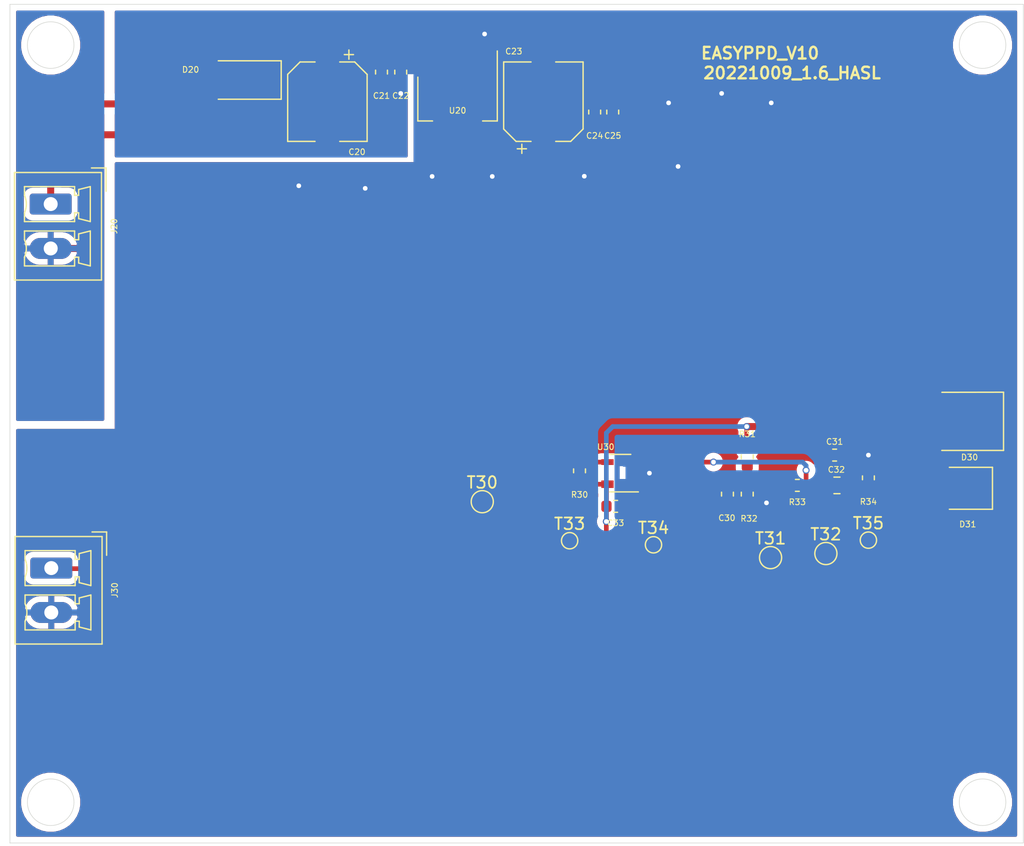
<source format=kicad_pcb>
(kicad_pcb (version 20171130) (host pcbnew "(5.1.5)-3")

  (general
    (thickness 1.6)
    (drawings 24)
    (tracks 162)
    (zones 0)
    (modules 28)
    (nets 9)
  )

  (page A4)
  (layers
    (0 F.Cu signal)
    (31 B.Cu signal)
    (32 B.Adhes user)
    (33 F.Adhes user)
    (34 B.Paste user)
    (35 F.Paste user)
    (36 B.SilkS user)
    (37 F.SilkS user)
    (38 B.Mask user)
    (39 F.Mask user)
    (40 Dwgs.User user)
    (41 Cmts.User user)
    (42 Eco1.User user)
    (43 Eco2.User user)
    (44 Edge.Cuts user)
    (45 Margin user)
    (46 B.CrtYd user)
    (47 F.CrtYd user)
    (48 B.Fab user)
    (49 F.Fab user)
  )

  (setup
    (last_trace_width 0.2)
    (trace_clearance 0.2)
    (zone_clearance 0.508)
    (zone_45_only no)
    (trace_min 0.2)
    (via_size 0.6)
    (via_drill 0.4)
    (via_min_size 0.4)
    (via_min_drill 0.3)
    (uvia_size 0.3)
    (uvia_drill 0.1)
    (uvias_allowed no)
    (uvia_min_size 0.2)
    (uvia_min_drill 0.1)
    (edge_width 0.05)
    (segment_width 0.2)
    (pcb_text_width 0.3)
    (pcb_text_size 1.5 1.5)
    (mod_edge_width 0.12)
    (mod_text_size 1 1)
    (mod_text_width 0.15)
    (pad_size 1.06 0.55)
    (pad_drill 0)
    (pad_to_mask_clearance 0.051)
    (solder_mask_min_width 0.25)
    (aux_axis_origin 100 150)
    (visible_elements 7FFFFFFF)
    (pcbplotparams
      (layerselection 0x010fc_ffffffff)
      (usegerberextensions false)
      (usegerberattributes false)
      (usegerberadvancedattributes false)
      (creategerberjobfile false)
      (excludeedgelayer true)
      (linewidth 0.100000)
      (plotframeref false)
      (viasonmask false)
      (mode 1)
      (useauxorigin false)
      (hpglpennumber 1)
      (hpglpenspeed 20)
      (hpglpendiameter 15.000000)
      (psnegative false)
      (psa4output false)
      (plotreference true)
      (plotvalue true)
      (plotinvisibletext false)
      (padsonsilk false)
      (subtractmaskfromsilk false)
      (outputformat 1)
      (mirror false)
      (drillshape 0)
      (scaleselection 1)
      (outputdirectory "EASYPPD_V10"))
  )

  (net 0 "")
  (net 1 GND)
  (net 2 VCC)
  (net 3 "Net-(C20-Pad1)")
  (net 4 /VUA)
  (net 5 "Net-(C30-Pad2)")
  (net 6 "Net-(C31-Pad2)")
  (net 7 "Net-(C32-Pad2)")
  (net 8 "Net-(J30-Pad1)")

  (net_class Default "This is the default net class."
    (clearance 0.2)
    (trace_width 0.2)
    (via_dia 0.6)
    (via_drill 0.4)
    (uvia_dia 0.3)
    (uvia_drill 0.1)
    (add_net /VUA)
    (add_net GND)
    (add_net "Net-(C20-Pad1)")
    (add_net "Net-(C30-Pad2)")
    (add_net "Net-(C31-Pad2)")
    (add_net "Net-(C32-Pad2)")
    (add_net "Net-(J30-Pad1)")
    (add_net VCC)
  )

  (module kicad_footprint_general:CP_Elec_6.3x5.4 (layer F.Cu) (tedit 6053FDC4) (tstamp 6321B1AD)
    (at 127.254 86.36 270)
    (descr "SMD capacitor, aluminum electrolytic, Panasonic C55, 6.3x5.4mm")
    (tags "capacitor electrolytic")
    (path /63360030)
    (attr smd)
    (fp_text reference C20 (at 4.318 -2.54 180) (layer F.SilkS)
      (effects (font (size 0.5 0.5) (thickness 0.08)))
    )
    (fp_text value 220uF (at 0 4.35 90) (layer F.Fab)
      (effects (font (size 0.2 0.2) (thickness 0.02)))
    )
    (fp_circle (center 0 0) (end 3.15 0) (layer F.Fab) (width 0.1))
    (fp_line (start 3.3 -3.3) (end 3.3 3.3) (layer F.Fab) (width 0.1))
    (fp_line (start -2.3 -3.3) (end 3.3 -3.3) (layer F.Fab) (width 0.1))
    (fp_line (start -2.3 3.3) (end 3.3 3.3) (layer F.Fab) (width 0.1))
    (fp_line (start -3.3 -2.3) (end -3.3 2.3) (layer F.Fab) (width 0.1))
    (fp_line (start -3.3 -2.3) (end -2.3 -3.3) (layer F.Fab) (width 0.1))
    (fp_line (start -3.3 2.3) (end -2.3 3.3) (layer F.Fab) (width 0.1))
    (fp_line (start -2.704838 -1.33) (end -2.074838 -1.33) (layer F.Fab) (width 0.1))
    (fp_line (start -2.389838 -1.645) (end -2.389838 -1.015) (layer F.Fab) (width 0.1))
    (fp_line (start 3.41 3.41) (end 3.41 1.06) (layer F.SilkS) (width 0.12))
    (fp_line (start 3.41 -3.41) (end 3.41 -1.06) (layer F.SilkS) (width 0.12))
    (fp_line (start -2.345563 -3.41) (end 3.41 -3.41) (layer F.SilkS) (width 0.12))
    (fp_line (start -2.345563 3.41) (end 3.41 3.41) (layer F.SilkS) (width 0.12))
    (fp_line (start -3.41 2.345563) (end -3.41 1.06) (layer F.SilkS) (width 0.12))
    (fp_line (start -3.41 -2.345563) (end -3.41 -1.06) (layer F.SilkS) (width 0.12))
    (fp_line (start -3.41 -2.345563) (end -2.345563 -3.41) (layer F.SilkS) (width 0.12))
    (fp_line (start -3.41 2.345563) (end -2.345563 3.41) (layer F.SilkS) (width 0.12))
    (fp_line (start -4.4375 -1.8475) (end -3.65 -1.8475) (layer F.SilkS) (width 0.12))
    (fp_line (start -4.04375 -2.24125) (end -4.04375 -1.45375) (layer F.SilkS) (width 0.12))
    (fp_line (start 3.55 -3.55) (end 3.55 -1.05) (layer F.CrtYd) (width 0.05))
    (fp_line (start 3.55 -1.05) (end 4.8 -1.05) (layer F.CrtYd) (width 0.05))
    (fp_line (start 4.8 -1.05) (end 4.8 1.05) (layer F.CrtYd) (width 0.05))
    (fp_line (start 4.8 1.05) (end 3.55 1.05) (layer F.CrtYd) (width 0.05))
    (fp_line (start 3.55 1.05) (end 3.55 3.55) (layer F.CrtYd) (width 0.05))
    (fp_line (start -2.4 3.55) (end 3.55 3.55) (layer F.CrtYd) (width 0.05))
    (fp_line (start -2.4 -3.55) (end 3.55 -3.55) (layer F.CrtYd) (width 0.05))
    (fp_line (start -3.55 2.4) (end -2.4 3.55) (layer F.CrtYd) (width 0.05))
    (fp_line (start -3.55 -2.4) (end -2.4 -3.55) (layer F.CrtYd) (width 0.05))
    (fp_line (start -3.55 -2.4) (end -3.55 -1.05) (layer F.CrtYd) (width 0.05))
    (fp_line (start -3.55 1.05) (end -3.55 2.4) (layer F.CrtYd) (width 0.05))
    (fp_line (start -3.55 -1.05) (end -4.8 -1.05) (layer F.CrtYd) (width 0.05))
    (fp_line (start -4.8 -1.05) (end -4.8 1.05) (layer F.CrtYd) (width 0.05))
    (fp_line (start -4.8 1.05) (end -3.55 1.05) (layer F.CrtYd) (width 0.05))
    (fp_text user %R (at 0 0 90) (layer F.Fab)
      (effects (font (size 0.2 0.2) (thickness 0.02)))
    )
    (pad 1 smd roundrect (at -2.8 0 270) (size 3.5 1.6) (layers F.Cu F.Paste F.Mask) (roundrect_rratio 0.15625)
      (net 3 "Net-(C20-Pad1)"))
    (pad 2 smd roundrect (at 2.8 0 270) (size 3.5 1.6) (layers F.Cu F.Paste F.Mask) (roundrect_rratio 0.15625)
      (net 1 GND))
    (model ${KISYS3DMOD}/Capacitor_SMD.3dshapes/CP_Elec_6.3x5.4.wrl
      (at (xyz 0 0 0))
      (scale (xyz 1 1 1))
      (rotate (xyz 0 0 0))
    )
  )

  (module kicad_footprint_general:C_0603_1608Metric (layer F.Cu) (tedit 6053FDEC) (tstamp 6321B1BE)
    (at 131.9 83.82 270)
    (descr "Capacitor SMD 0603 (1608 Metric), square (rectangular) end terminal, IPC_7351 nominal, (Body size source: http://www.tortai-tech.com/upload/download/2011102023233369053.pdf), generated with kicad-footprint-generator")
    (tags capacitor)
    (path /633623CF)
    (attr smd)
    (fp_text reference C21 (at 2.032 0 180) (layer F.SilkS)
      (effects (font (size 0.5 0.5) (thickness 0.08)))
    )
    (fp_text value 1uF (at 0 1.43 90) (layer F.Fab)
      (effects (font (size 0.2 0.2) (thickness 0.02)))
    )
    (fp_line (start -0.8 0.4) (end -0.8 -0.4) (layer F.Fab) (width 0.1))
    (fp_line (start -0.8 -0.4) (end 0.8 -0.4) (layer F.Fab) (width 0.1))
    (fp_line (start 0.8 -0.4) (end 0.8 0.4) (layer F.Fab) (width 0.1))
    (fp_line (start 0.8 0.4) (end -0.8 0.4) (layer F.Fab) (width 0.1))
    (fp_line (start -0.162779 -0.51) (end 0.162779 -0.51) (layer F.SilkS) (width 0.12))
    (fp_line (start -0.162779 0.51) (end 0.162779 0.51) (layer F.SilkS) (width 0.12))
    (fp_line (start -1.48 0.73) (end -1.48 -0.73) (layer F.CrtYd) (width 0.05))
    (fp_line (start -1.48 -0.73) (end 1.48 -0.73) (layer F.CrtYd) (width 0.05))
    (fp_line (start 1.48 -0.73) (end 1.48 0.73) (layer F.CrtYd) (width 0.05))
    (fp_line (start 1.48 0.73) (end -1.48 0.73) (layer F.CrtYd) (width 0.05))
    (fp_text user %R (at 0 0 90) (layer F.Fab)
      (effects (font (size 0.2 0.2) (thickness 0.02)))
    )
    (pad 1 smd roundrect (at -0.7875 0 270) (size 0.875 0.95) (layers F.Cu F.Paste F.Mask) (roundrect_rratio 0.25)
      (net 3 "Net-(C20-Pad1)"))
    (pad 2 smd roundrect (at 0.7875 0 270) (size 0.875 0.95) (layers F.Cu F.Paste F.Mask) (roundrect_rratio 0.25)
      (net 1 GND))
    (model ${KISYS3DMOD}/Capacitor_SMD.3dshapes/C_0603_1608Metric.wrl
      (at (xyz 0 0 0))
      (scale (xyz 1 1 1))
      (rotate (xyz 0 0 0))
    )
  )

  (module kicad_footprint_general:C_0603_1608Metric (layer F.Cu) (tedit 6053FDEC) (tstamp 6321B1CF)
    (at 133.55 83.82 270)
    (descr "Capacitor SMD 0603 (1608 Metric), square (rectangular) end terminal, IPC_7351 nominal, (Body size source: http://www.tortai-tech.com/upload/download/2011102023233369053.pdf), generated with kicad-footprint-generator")
    (tags capacitor)
    (path /6336048D)
    (attr smd)
    (fp_text reference C22 (at 2.032 0 180) (layer F.SilkS)
      (effects (font (size 0.5 0.5) (thickness 0.08)))
    )
    (fp_text value 100nF (at 0 1.43 90) (layer F.Fab)
      (effects (font (size 0.2 0.2) (thickness 0.02)))
    )
    (fp_text user %R (at 0 0 90) (layer F.Fab)
      (effects (font (size 0.2 0.2) (thickness 0.02)))
    )
    (fp_line (start 1.48 0.73) (end -1.48 0.73) (layer F.CrtYd) (width 0.05))
    (fp_line (start 1.48 -0.73) (end 1.48 0.73) (layer F.CrtYd) (width 0.05))
    (fp_line (start -1.48 -0.73) (end 1.48 -0.73) (layer F.CrtYd) (width 0.05))
    (fp_line (start -1.48 0.73) (end -1.48 -0.73) (layer F.CrtYd) (width 0.05))
    (fp_line (start -0.162779 0.51) (end 0.162779 0.51) (layer F.SilkS) (width 0.12))
    (fp_line (start -0.162779 -0.51) (end 0.162779 -0.51) (layer F.SilkS) (width 0.12))
    (fp_line (start 0.8 0.4) (end -0.8 0.4) (layer F.Fab) (width 0.1))
    (fp_line (start 0.8 -0.4) (end 0.8 0.4) (layer F.Fab) (width 0.1))
    (fp_line (start -0.8 -0.4) (end 0.8 -0.4) (layer F.Fab) (width 0.1))
    (fp_line (start -0.8 0.4) (end -0.8 -0.4) (layer F.Fab) (width 0.1))
    (pad 2 smd roundrect (at 0.7875 0 270) (size 0.875 0.95) (layers F.Cu F.Paste F.Mask) (roundrect_rratio 0.25)
      (net 1 GND))
    (pad 1 smd roundrect (at -0.7875 0 270) (size 0.875 0.95) (layers F.Cu F.Paste F.Mask) (roundrect_rratio 0.25)
      (net 3 "Net-(C20-Pad1)"))
    (model ${KISYS3DMOD}/Capacitor_SMD.3dshapes/C_0603_1608Metric.wrl
      (at (xyz 0 0 0))
      (scale (xyz 1 1 1))
      (rotate (xyz 0 0 0))
    )
  )

  (module kicad_footprint_general:CP_Elec_6.3x5.4 (layer F.Cu) (tedit 6053FDC4) (tstamp 6321B1F7)
    (at 145.796 86.36 90)
    (descr "SMD capacitor, aluminum electrolytic, Panasonic C55, 6.3x5.4mm")
    (tags "capacitor electrolytic")
    (path /6336115B)
    (attr smd)
    (fp_text reference C23 (at 4.318 -2.54 180) (layer F.SilkS)
      (effects (font (size 0.5 0.5) (thickness 0.08)))
    )
    (fp_text value 220uF (at 0 4.35 90) (layer F.Fab)
      (effects (font (size 0.2 0.2) (thickness 0.02)))
    )
    (fp_text user %R (at 0 0 90) (layer F.Fab)
      (effects (font (size 0.2 0.2) (thickness 0.02)))
    )
    (fp_line (start -4.8 1.05) (end -3.55 1.05) (layer F.CrtYd) (width 0.05))
    (fp_line (start -4.8 -1.05) (end -4.8 1.05) (layer F.CrtYd) (width 0.05))
    (fp_line (start -3.55 -1.05) (end -4.8 -1.05) (layer F.CrtYd) (width 0.05))
    (fp_line (start -3.55 1.05) (end -3.55 2.4) (layer F.CrtYd) (width 0.05))
    (fp_line (start -3.55 -2.4) (end -3.55 -1.05) (layer F.CrtYd) (width 0.05))
    (fp_line (start -3.55 -2.4) (end -2.4 -3.55) (layer F.CrtYd) (width 0.05))
    (fp_line (start -3.55 2.4) (end -2.4 3.55) (layer F.CrtYd) (width 0.05))
    (fp_line (start -2.4 -3.55) (end 3.55 -3.55) (layer F.CrtYd) (width 0.05))
    (fp_line (start -2.4 3.55) (end 3.55 3.55) (layer F.CrtYd) (width 0.05))
    (fp_line (start 3.55 1.05) (end 3.55 3.55) (layer F.CrtYd) (width 0.05))
    (fp_line (start 4.8 1.05) (end 3.55 1.05) (layer F.CrtYd) (width 0.05))
    (fp_line (start 4.8 -1.05) (end 4.8 1.05) (layer F.CrtYd) (width 0.05))
    (fp_line (start 3.55 -1.05) (end 4.8 -1.05) (layer F.CrtYd) (width 0.05))
    (fp_line (start 3.55 -3.55) (end 3.55 -1.05) (layer F.CrtYd) (width 0.05))
    (fp_line (start -4.04375 -2.24125) (end -4.04375 -1.45375) (layer F.SilkS) (width 0.12))
    (fp_line (start -4.4375 -1.8475) (end -3.65 -1.8475) (layer F.SilkS) (width 0.12))
    (fp_line (start -3.41 2.345563) (end -2.345563 3.41) (layer F.SilkS) (width 0.12))
    (fp_line (start -3.41 -2.345563) (end -2.345563 -3.41) (layer F.SilkS) (width 0.12))
    (fp_line (start -3.41 -2.345563) (end -3.41 -1.06) (layer F.SilkS) (width 0.12))
    (fp_line (start -3.41 2.345563) (end -3.41 1.06) (layer F.SilkS) (width 0.12))
    (fp_line (start -2.345563 3.41) (end 3.41 3.41) (layer F.SilkS) (width 0.12))
    (fp_line (start -2.345563 -3.41) (end 3.41 -3.41) (layer F.SilkS) (width 0.12))
    (fp_line (start 3.41 -3.41) (end 3.41 -1.06) (layer F.SilkS) (width 0.12))
    (fp_line (start 3.41 3.41) (end 3.41 1.06) (layer F.SilkS) (width 0.12))
    (fp_line (start -2.389838 -1.645) (end -2.389838 -1.015) (layer F.Fab) (width 0.1))
    (fp_line (start -2.704838 -1.33) (end -2.074838 -1.33) (layer F.Fab) (width 0.1))
    (fp_line (start -3.3 2.3) (end -2.3 3.3) (layer F.Fab) (width 0.1))
    (fp_line (start -3.3 -2.3) (end -2.3 -3.3) (layer F.Fab) (width 0.1))
    (fp_line (start -3.3 -2.3) (end -3.3 2.3) (layer F.Fab) (width 0.1))
    (fp_line (start -2.3 3.3) (end 3.3 3.3) (layer F.Fab) (width 0.1))
    (fp_line (start -2.3 -3.3) (end 3.3 -3.3) (layer F.Fab) (width 0.1))
    (fp_line (start 3.3 -3.3) (end 3.3 3.3) (layer F.Fab) (width 0.1))
    (fp_circle (center 0 0) (end 3.15 0) (layer F.Fab) (width 0.1))
    (pad 2 smd roundrect (at 2.8 0 90) (size 3.5 1.6) (layers F.Cu F.Paste F.Mask) (roundrect_rratio 0.15625)
      (net 1 GND))
    (pad 1 smd roundrect (at -2.8 0 90) (size 3.5 1.6) (layers F.Cu F.Paste F.Mask) (roundrect_rratio 0.15625)
      (net 2 VCC))
    (model ${KISYS3DMOD}/Capacitor_SMD.3dshapes/CP_Elec_6.3x5.4.wrl
      (at (xyz 0 0 0))
      (scale (xyz 1 1 1))
      (rotate (xyz 0 0 0))
    )
  )

  (module kicad_footprint_general:C_0603_1608Metric (layer F.Cu) (tedit 6053FDEC) (tstamp 6321B208)
    (at 150.2 87.25 90)
    (descr "Capacitor SMD 0603 (1608 Metric), square (rectangular) end terminal, IPC_7351 nominal, (Body size source: http://www.tortai-tech.com/upload/download/2011102023233369053.pdf), generated with kicad-footprint-generator")
    (tags capacitor)
    (path /63361F12)
    (attr smd)
    (fp_text reference C24 (at -2.032 0 180) (layer F.SilkS)
      (effects (font (size 0.5 0.5) (thickness 0.08)))
    )
    (fp_text value 1uF (at 0 1.43 90) (layer F.Fab)
      (effects (font (size 0.2 0.2) (thickness 0.02)))
    )
    (fp_line (start -0.8 0.4) (end -0.8 -0.4) (layer F.Fab) (width 0.1))
    (fp_line (start -0.8 -0.4) (end 0.8 -0.4) (layer F.Fab) (width 0.1))
    (fp_line (start 0.8 -0.4) (end 0.8 0.4) (layer F.Fab) (width 0.1))
    (fp_line (start 0.8 0.4) (end -0.8 0.4) (layer F.Fab) (width 0.1))
    (fp_line (start -0.162779 -0.51) (end 0.162779 -0.51) (layer F.SilkS) (width 0.12))
    (fp_line (start -0.162779 0.51) (end 0.162779 0.51) (layer F.SilkS) (width 0.12))
    (fp_line (start -1.48 0.73) (end -1.48 -0.73) (layer F.CrtYd) (width 0.05))
    (fp_line (start -1.48 -0.73) (end 1.48 -0.73) (layer F.CrtYd) (width 0.05))
    (fp_line (start 1.48 -0.73) (end 1.48 0.73) (layer F.CrtYd) (width 0.05))
    (fp_line (start 1.48 0.73) (end -1.48 0.73) (layer F.CrtYd) (width 0.05))
    (fp_text user %R (at 0 0 90) (layer F.Fab)
      (effects (font (size 0.2 0.2) (thickness 0.02)))
    )
    (pad 1 smd roundrect (at -0.7875 0 90) (size 0.875 0.95) (layers F.Cu F.Paste F.Mask) (roundrect_rratio 0.25)
      (net 2 VCC))
    (pad 2 smd roundrect (at 0.7875 0 90) (size 0.875 0.95) (layers F.Cu F.Paste F.Mask) (roundrect_rratio 0.25)
      (net 1 GND))
    (model ${KISYS3DMOD}/Capacitor_SMD.3dshapes/C_0603_1608Metric.wrl
      (at (xyz 0 0 0))
      (scale (xyz 1 1 1))
      (rotate (xyz 0 0 0))
    )
  )

  (module kicad_footprint_general:C_0603_1608Metric (layer F.Cu) (tedit 6053FDEC) (tstamp 6321B219)
    (at 151.75 87.25 90)
    (descr "Capacitor SMD 0603 (1608 Metric), square (rectangular) end terminal, IPC_7351 nominal, (Body size source: http://www.tortai-tech.com/upload/download/2011102023233369053.pdf), generated with kicad-footprint-generator")
    (tags capacitor)
    (path /63362213)
    (attr smd)
    (fp_text reference C25 (at -2.032 0 180) (layer F.SilkS)
      (effects (font (size 0.5 0.5) (thickness 0.08)))
    )
    (fp_text value 100nF (at 0 1.43 90) (layer F.Fab)
      (effects (font (size 0.2 0.2) (thickness 0.02)))
    )
    (fp_text user %R (at 0 0 90) (layer F.Fab)
      (effects (font (size 0.2 0.2) (thickness 0.02)))
    )
    (fp_line (start 1.48 0.73) (end -1.48 0.73) (layer F.CrtYd) (width 0.05))
    (fp_line (start 1.48 -0.73) (end 1.48 0.73) (layer F.CrtYd) (width 0.05))
    (fp_line (start -1.48 -0.73) (end 1.48 -0.73) (layer F.CrtYd) (width 0.05))
    (fp_line (start -1.48 0.73) (end -1.48 -0.73) (layer F.CrtYd) (width 0.05))
    (fp_line (start -0.162779 0.51) (end 0.162779 0.51) (layer F.SilkS) (width 0.12))
    (fp_line (start -0.162779 -0.51) (end 0.162779 -0.51) (layer F.SilkS) (width 0.12))
    (fp_line (start 0.8 0.4) (end -0.8 0.4) (layer F.Fab) (width 0.1))
    (fp_line (start 0.8 -0.4) (end 0.8 0.4) (layer F.Fab) (width 0.1))
    (fp_line (start -0.8 -0.4) (end 0.8 -0.4) (layer F.Fab) (width 0.1))
    (fp_line (start -0.8 0.4) (end -0.8 -0.4) (layer F.Fab) (width 0.1))
    (pad 2 smd roundrect (at 0.7875 0 90) (size 0.875 0.95) (layers F.Cu F.Paste F.Mask) (roundrect_rratio 0.25)
      (net 1 GND))
    (pad 1 smd roundrect (at -0.7875 0 90) (size 0.875 0.95) (layers F.Cu F.Paste F.Mask) (roundrect_rratio 0.25)
      (net 2 VCC))
    (model ${KISYS3DMOD}/Capacitor_SMD.3dshapes/C_0603_1608Metric.wrl
      (at (xyz 0 0 0))
      (scale (xyz 1 1 1))
      (rotate (xyz 0 0 0))
    )
  )

  (module kicad_footprint_general:D_SMA (layer F.Cu) (tedit 6053FF5E) (tstamp 6321B343)
    (at 119.888 84.5 180)
    (descr "Diode SMA (DO-214AC)")
    (tags "Diode SMA (DO-214AC)")
    (path /6334876F)
    (attr smd)
    (fp_text reference D20 (at 4.378 0.89) (layer F.SilkS)
      (effects (font (size 0.5 0.5) (thickness 0.08)))
    )
    (fp_text value SS14 (at 0 2.6) (layer F.Fab)
      (effects (font (size 0.2 0.2) (thickness 0.02)))
    )
    (fp_text user %R (at 0 -2.5) (layer F.Fab)
      (effects (font (size 0.2 0.2) (thickness 0.02)))
    )
    (fp_line (start -3.4 -1.65) (end -3.4 1.65) (layer F.SilkS) (width 0.12))
    (fp_line (start 2.3 1.5) (end -2.3 1.5) (layer F.Fab) (width 0.1))
    (fp_line (start -2.3 1.5) (end -2.3 -1.5) (layer F.Fab) (width 0.1))
    (fp_line (start 2.3 -1.5) (end 2.3 1.5) (layer F.Fab) (width 0.1))
    (fp_line (start 2.3 -1.5) (end -2.3 -1.5) (layer F.Fab) (width 0.1))
    (fp_line (start -3.5 -1.75) (end 3.5 -1.75) (layer F.CrtYd) (width 0.05))
    (fp_line (start 3.5 -1.75) (end 3.5 1.75) (layer F.CrtYd) (width 0.05))
    (fp_line (start 3.5 1.75) (end -3.5 1.75) (layer F.CrtYd) (width 0.05))
    (fp_line (start -3.5 1.75) (end -3.5 -1.75) (layer F.CrtYd) (width 0.05))
    (fp_line (start -0.64944 0.00102) (end -1.55114 0.00102) (layer F.Fab) (width 0.1))
    (fp_line (start 0.50118 0.00102) (end 1.4994 0.00102) (layer F.Fab) (width 0.1))
    (fp_line (start -0.64944 -0.79908) (end -0.64944 0.80112) (layer F.Fab) (width 0.1))
    (fp_line (start 0.50118 0.75032) (end 0.50118 -0.79908) (layer F.Fab) (width 0.1))
    (fp_line (start -0.64944 0.00102) (end 0.50118 0.75032) (layer F.Fab) (width 0.1))
    (fp_line (start -0.64944 0.00102) (end 0.50118 -0.79908) (layer F.Fab) (width 0.1))
    (fp_line (start -3.4 1.65) (end 2 1.65) (layer F.SilkS) (width 0.12))
    (fp_line (start -3.4 -1.65) (end 2 -1.65) (layer F.SilkS) (width 0.12))
    (pad 1 smd rect (at -2 0 180) (size 2.5 1.8) (layers F.Cu F.Paste F.Mask)
      (net 3 "Net-(C20-Pad1)"))
    (pad 2 smd rect (at 2 0 180) (size 2.5 1.8) (layers F.Cu F.Paste F.Mask)
      (net 4 /VUA))
    (model ${KISYS3DMOD}/Diode_SMD.3dshapes/D_SMA.wrl
      (at (xyz 0 0 0))
      (scale (xyz 1 1 1))
      (rotate (xyz 0 0 0))
    )
  )

  (module kicad_footprint_general:SOT-223 (layer F.Cu) (tedit 60542A70) (tstamp 6321B884)
    (at 138.43 86.106 90)
    (descr "module CMS SOT223 4 pins")
    (tags "CMS SOT")
    (path /6334692C)
    (attr smd)
    (fp_text reference U20 (at -1.016 0) (layer F.SilkS)
      (effects (font (size 0.5 0.5) (thickness 0.08)))
    )
    (fp_text value AMS1117-3.3 (at -0.344 -1.53 270) (layer F.Fab)
      (effects (font (size 0.2 0.2) (thickness 0.02)))
    )
    (fp_line (start -1.85 3.35) (end -1.85 -3.35) (layer F.Fab) (width 0.1))
    (fp_line (start 1.85 -3.35) (end -1.85 -3.35) (layer F.Fab) (width 0.1))
    (fp_line (start 4.1 3.41) (end -1.91 3.41) (layer F.SilkS) (width 0.12))
    (fp_line (start 0.8 3.35) (end -1.85 3.35) (layer F.Fab) (width 0.1))
    (fp_line (start 1.85 -3.41) (end -1.91 -3.41) (layer F.SilkS) (width 0.12))
    (fp_line (start 1.85 2.3) (end 1.85 -3.35) (layer F.Fab) (width 0.1))
    (fp_line (start 4.4 3.6) (end 4.4 -3.6) (layer F.CrtYd) (width 0.05))
    (fp_line (start 4.4 -3.6) (end -4.4 -3.6) (layer F.CrtYd) (width 0.05))
    (fp_line (start -4.4 -3.6) (end -4.4 3.6) (layer F.CrtYd) (width 0.05))
    (fp_line (start -4.4 3.6) (end 4.4 3.6) (layer F.CrtYd) (width 0.05))
    (fp_line (start -1.91 3.41) (end -1.91 2.15) (layer F.SilkS) (width 0.12))
    (fp_line (start -1.91 -3.41) (end -1.91 -2.15) (layer F.SilkS) (width 0.12))
    (fp_line (start 1.85 2.3) (end 0.8 3.35) (layer F.Fab) (width 0.1))
    (fp_text user %R (at 0 0 180) (layer F.Fab)
      (effects (font (size 0.2 0.2) (thickness 0.02)))
    )
    (pad 1 smd rect (at 3.15 2.3 270) (size 2 1.5) (layers F.Cu F.Paste F.Mask)
      (net 1 GND))
    (pad 3 smd rect (at 3.15 -2.3 270) (size 2 1.5) (layers F.Cu F.Paste F.Mask)
      (net 3 "Net-(C20-Pad1)"))
    (pad 2 smd rect (at 3.15 0 270) (size 2 1.5) (layers F.Cu F.Paste F.Mask)
      (net 2 VCC))
    (pad 4 smd rect (at -3.15 0 270) (size 2 3.8) (layers F.Cu F.Paste F.Mask)
      (net 2 VCC))
    (model ${KISYS3DMOD}/Package_TO_SOT_SMD.3dshapes/SOT-223.wrl
      (at (xyz 0 0 0))
      (scale (xyz 1 1 1))
      (rotate (xyz 0 0 180))
    )
  )

  (module kicad_footprint_general:C_0603_1608Metric (layer F.Cu) (tedit 6053FDEC) (tstamp 6342FBEE)
    (at 161.6 120.05 90)
    (descr "Capacitor SMD 0603 (1608 Metric), square (rectangular) end terminal, IPC_7351 nominal, (Body size source: http://www.tortai-tech.com/upload/download/2011102023233369053.pdf), generated with kicad-footprint-generator")
    (tags capacitor)
    (path /6342F67C)
    (attr smd)
    (fp_text reference C30 (at -2.05 -0.05 180) (layer F.SilkS)
      (effects (font (size 0.5 0.5) (thickness 0.08)))
    )
    (fp_text value 100nF (at 0 1.43 90) (layer F.Fab)
      (effects (font (size 0.2 0.2) (thickness 0.02)))
    )
    (fp_line (start -0.8 0.4) (end -0.8 -0.4) (layer F.Fab) (width 0.1))
    (fp_line (start -0.8 -0.4) (end 0.8 -0.4) (layer F.Fab) (width 0.1))
    (fp_line (start 0.8 -0.4) (end 0.8 0.4) (layer F.Fab) (width 0.1))
    (fp_line (start 0.8 0.4) (end -0.8 0.4) (layer F.Fab) (width 0.1))
    (fp_line (start -0.162779 -0.51) (end 0.162779 -0.51) (layer F.SilkS) (width 0.12))
    (fp_line (start -0.162779 0.51) (end 0.162779 0.51) (layer F.SilkS) (width 0.12))
    (fp_line (start -1.48 0.73) (end -1.48 -0.73) (layer F.CrtYd) (width 0.05))
    (fp_line (start -1.48 -0.73) (end 1.48 -0.73) (layer F.CrtYd) (width 0.05))
    (fp_line (start 1.48 -0.73) (end 1.48 0.73) (layer F.CrtYd) (width 0.05))
    (fp_line (start 1.48 0.73) (end -1.48 0.73) (layer F.CrtYd) (width 0.05))
    (fp_text user %R (at 0 0 90) (layer F.Fab)
      (effects (font (size 0.2 0.2) (thickness 0.02)))
    )
    (pad 1 smd roundrect (at -0.7875 0 90) (size 0.875 0.95) (layers F.Cu F.Paste F.Mask) (roundrect_rratio 0.25)
      (net 1 GND))
    (pad 2 smd roundrect (at 0.7875 0 90) (size 0.875 0.95) (layers F.Cu F.Paste F.Mask) (roundrect_rratio 0.25)
      (net 5 "Net-(C30-Pad2)"))
    (model ${KISYS3DMOD}/Capacitor_SMD.3dshapes/C_0603_1608Metric.wrl
      (at (xyz 0 0 0))
      (scale (xyz 1 1 1))
      (rotate (xyz 0 0 0))
    )
  )

  (module kicad_footprint_general:C_0603_1608Metric (layer F.Cu) (tedit 6053FDEC) (tstamp 6342FBFF)
    (at 170.8 116.7 180)
    (descr "Capacitor SMD 0603 (1608 Metric), square (rectangular) end terminal, IPC_7351 nominal, (Body size source: http://www.tortai-tech.com/upload/download/2011102023233369053.pdf), generated with kicad-footprint-generator")
    (tags capacitor)
    (path /6342A7D5)
    (attr smd)
    (fp_text reference C31 (at 0 1.15) (layer F.SilkS)
      (effects (font (size 0.5 0.5) (thickness 0.08)))
    )
    (fp_text value np (at 0 1.43) (layer F.Fab)
      (effects (font (size 0.2 0.2) (thickness 0.02)))
    )
    (fp_text user %R (at 0 0) (layer F.Fab)
      (effects (font (size 0.2 0.2) (thickness 0.02)))
    )
    (fp_line (start 1.48 0.73) (end -1.48 0.73) (layer F.CrtYd) (width 0.05))
    (fp_line (start 1.48 -0.73) (end 1.48 0.73) (layer F.CrtYd) (width 0.05))
    (fp_line (start -1.48 -0.73) (end 1.48 -0.73) (layer F.CrtYd) (width 0.05))
    (fp_line (start -1.48 0.73) (end -1.48 -0.73) (layer F.CrtYd) (width 0.05))
    (fp_line (start -0.162779 0.51) (end 0.162779 0.51) (layer F.SilkS) (width 0.12))
    (fp_line (start -0.162779 -0.51) (end 0.162779 -0.51) (layer F.SilkS) (width 0.12))
    (fp_line (start 0.8 0.4) (end -0.8 0.4) (layer F.Fab) (width 0.1))
    (fp_line (start 0.8 -0.4) (end 0.8 0.4) (layer F.Fab) (width 0.1))
    (fp_line (start -0.8 -0.4) (end 0.8 -0.4) (layer F.Fab) (width 0.1))
    (fp_line (start -0.8 0.4) (end -0.8 -0.4) (layer F.Fab) (width 0.1))
    (pad 2 smd roundrect (at 0.7875 0 180) (size 0.875 0.95) (layers F.Cu F.Paste F.Mask) (roundrect_rratio 0.25)
      (net 6 "Net-(C31-Pad2)"))
    (pad 1 smd roundrect (at -0.7875 0 180) (size 0.875 0.95) (layers F.Cu F.Paste F.Mask) (roundrect_rratio 0.25)
      (net 1 GND))
    (model ${KISYS3DMOD}/Capacitor_SMD.3dshapes/C_0603_1608Metric.wrl
      (at (xyz 0 0 0))
      (scale (xyz 1 1 1))
      (rotate (xyz 0 0 0))
    )
  )

  (module kicad_footprint_general:C_0805_2012Metric (layer F.Cu) (tedit 6053FE05) (tstamp 6342FC10)
    (at 171 119.3)
    (descr "Capacitor SMD 0805 (2012 Metric), square (rectangular) end terminal, IPC_7351 nominal, (Body size source: https://docs.google.com/spreadsheets/d/1BsfQQcO9C6DZCsRaXUlFlo91Tg2WpOkGARC1WS5S8t0/edit?usp=sharing), generated with kicad-footprint-generator")
    (tags capacitor)
    (path /63428B6E)
    (attr smd)
    (fp_text reference C32 (at -0.05 -1.35) (layer F.SilkS)
      (effects (font (size 0.5 0.5) (thickness 0.08)))
    )
    (fp_text value 10uF (at 0 1.65) (layer F.Fab)
      (effects (font (size 0.2 0.2) (thickness 0.02)))
    )
    (fp_line (start -1 0.6) (end -1 -0.6) (layer F.Fab) (width 0.1))
    (fp_line (start -1 -0.6) (end 1 -0.6) (layer F.Fab) (width 0.1))
    (fp_line (start 1 -0.6) (end 1 0.6) (layer F.Fab) (width 0.1))
    (fp_line (start 1 0.6) (end -1 0.6) (layer F.Fab) (width 0.1))
    (fp_line (start -0.258578 -0.71) (end 0.258578 -0.71) (layer F.SilkS) (width 0.12))
    (fp_line (start -0.258578 0.71) (end 0.258578 0.71) (layer F.SilkS) (width 0.12))
    (fp_line (start -1.68 0.95) (end -1.68 -0.95) (layer F.CrtYd) (width 0.05))
    (fp_line (start -1.68 -0.95) (end 1.68 -0.95) (layer F.CrtYd) (width 0.05))
    (fp_line (start 1.68 -0.95) (end 1.68 0.95) (layer F.CrtYd) (width 0.05))
    (fp_line (start 1.68 0.95) (end -1.68 0.95) (layer F.CrtYd) (width 0.05))
    (fp_text user %R (at 0 0) (layer F.Fab)
      (effects (font (size 0.2 0.2) (thickness 0.02)))
    )
    (pad 1 smd roundrect (at -0.9375 0) (size 0.975 1.4) (layers F.Cu F.Paste F.Mask) (roundrect_rratio 0.25)
      (net 6 "Net-(C31-Pad2)"))
    (pad 2 smd roundrect (at 0.9375 0) (size 0.975 1.4) (layers F.Cu F.Paste F.Mask) (roundrect_rratio 0.25)
      (net 7 "Net-(C32-Pad2)"))
    (model ${KISYS3DMOD}/Capacitor_SMD.3dshapes/C_0805_2012Metric.wrl
      (at (xyz 0 0 0))
      (scale (xyz 1 1 1))
      (rotate (xyz 0 0 0))
    )
  )

  (module kicad_footprint_general:LED_TM5080 (layer F.Cu) (tedit 634287E1) (tstamp 6342FC23)
    (at 182.3 113.8 180)
    (descr "LED SMD 1210 (3225 Metric), square (rectangular) end terminal, IPC_7351 nominal, (Body size source: http://www.tortai-tech.com/upload/download/2011102023233369053.pdf), generated with kicad-footprint-generator")
    (tags diode)
    (path /63426BC6)
    (attr smd)
    (fp_text reference D30 (at -0.08 -3.09) (layer F.SilkS)
      (effects (font (size 0.5 0.5) (thickness 0.08)))
    )
    (fp_text value PD (at 0 2.28) (layer F.Fab) hide
      (effects (font (size 0.2 0.2) (thickness 0.02)))
    )
    (fp_text user %R (at 0 0) (layer F.Fab) hide
      (effects (font (size 0.2 0.2) (thickness 0.02)))
    )
    (fp_line (start 3 2.5) (end -3 2.5) (layer F.CrtYd) (width 0.05))
    (fp_line (start 3 -2.5) (end 3 2.5) (layer F.CrtYd) (width 0.05))
    (fp_line (start -3 -2.5) (end 3 -2.5) (layer F.CrtYd) (width 0.05))
    (fp_line (start -3 2.5) (end -3 -2.5) (layer F.CrtYd) (width 0.05))
    (fp_line (start -3 2.5) (end 2.29 2.49) (layer F.SilkS) (width 0.12))
    (fp_line (start -3 -2.5) (end -3 2.5) (layer F.SilkS) (width 0.12))
    (fp_line (start 2.3 -2.5) (end -3 -2.5) (layer F.SilkS) (width 0.12))
    (fp_line (start 1.6 1.25) (end 1.6 -1.25) (layer F.Fab) (width 0.1))
    (fp_line (start -1.6 1.25) (end 1.6 1.25) (layer F.Fab) (width 0.1))
    (fp_line (start -1.6 -0.625) (end -1.6 1.25) (layer F.Fab) (width 0.1))
    (fp_line (start -0.975 -1.25) (end -1.6 -0.625) (layer F.Fab) (width 0.1))
    (fp_line (start 1.6 -1.25) (end -0.975 -1.25) (layer F.Fab) (width 0.1))
    (pad 2 smd roundrect (at 2.3 0 180) (size 0.9 4.55) (layers F.Cu F.Paste F.Mask) (roundrect_rratio 0.2)
      (net 7 "Net-(C32-Pad2)"))
    (pad 1 smd roundrect (at -2.3 0 180) (size 0.9 4.55) (layers F.Cu F.Paste F.Mask) (roundrect_rratio 0.2)
      (net 2 VCC))
    (model ${KISYS3DMOD}/LED_SMD.3dshapes/LED_1210_3225Metric.wrl
      (at (xyz 0 0 0))
      (scale (xyz 1 1 1))
      (rotate (xyz 0 0 0))
    )
  )

  (module kicad_footprint_general:LED_PD2833 (layer F.Cu) (tedit 63428B0D) (tstamp 6342FC36)
    (at 182.15 119.55 180)
    (descr "LED SMD 1210 (3225 Metric), square (rectangular) end terminal, IPC_7351 nominal, (Body size source: http://www.tortai-tech.com/upload/download/2011102023233369053.pdf), generated with kicad-footprint-generator")
    (tags diode)
    (path /6348186A)
    (attr smd)
    (fp_text reference D31 (at -0.08 -3.09) (layer F.SilkS)
      (effects (font (size 0.5 0.5) (thickness 0.08)))
    )
    (fp_text value PD (at 0 2.28) (layer F.Fab) hide
      (effects (font (size 0.2 0.2) (thickness 0.02)))
    )
    (fp_text user %R (at 0 0) (layer F.Fab) hide
      (effects (font (size 0.2 0.2) (thickness 0.02)))
    )
    (fp_line (start 2.2 1.8) (end -2.2 1.8) (layer F.CrtYd) (width 0.05))
    (fp_line (start 2.2 -1.8) (end 2.2 1.8) (layer F.CrtYd) (width 0.05))
    (fp_line (start -2.2 -1.8) (end 2.2 -1.8) (layer F.CrtYd) (width 0.05))
    (fp_line (start -2.2 1.8) (end -2.2 -1.8) (layer F.CrtYd) (width 0.05))
    (fp_line (start -2.2 1.8) (end 1.5 1.8) (layer F.SilkS) (width 0.12))
    (fp_line (start -2.2 -1.8) (end -2.2 1.8) (layer F.SilkS) (width 0.12))
    (fp_line (start 1.5 -1.8) (end -2.2 -1.8) (layer F.SilkS) (width 0.12))
    (fp_line (start 1.6 1.25) (end 1.6 -1.25) (layer F.Fab) (width 0.1))
    (fp_line (start -1.6 1.25) (end 1.6 1.25) (layer F.Fab) (width 0.1))
    (fp_line (start -1.6 -0.625) (end -1.6 1.25) (layer F.Fab) (width 0.1))
    (fp_line (start -0.975 -1.25) (end -1.6 -0.625) (layer F.Fab) (width 0.1))
    (fp_line (start 1.6 -1.25) (end -0.975 -1.25) (layer F.Fab) (width 0.1))
    (pad 2 smd roundrect (at 1.5 0 180) (size 0.9 3) (layers F.Cu F.Paste F.Mask) (roundrect_rratio 0.2)
      (net 7 "Net-(C32-Pad2)"))
    (pad 1 smd roundrect (at -1.5 0 180) (size 0.9 3) (layers F.Cu F.Paste F.Mask) (roundrect_rratio 0.2)
      (net 2 VCC))
    (model ${KISYS3DMOD}/LED_SMD.3dshapes/LED_1210_3225Metric.wrl
      (at (xyz 0 0 0))
      (scale (xyz 1 1 1))
      (rotate (xyz 0 0 0))
    )
  )

  (module kicad_footprint_general:PhoenixContact_MCV_1,5_2-G-3.81_1x02_P3.81mm_Vertical (layer F.Cu) (tedit 60540257) (tstamp 6342FC69)
    (at 103.5 95.15 270)
    (descr "Generic Phoenix Contact connector footprint for: MCV_1,5/2-G-3.81; number of pins: 02; pin pitch: 3.81mm; Vertical || order number: 1803426 8A 160V")
    (tags "phoenix_contact connector MCV_01x02_G_3.81mm")
    (path /6320D348)
    (fp_text reference J20 (at 1.9 -5.45 90) (layer F.SilkS)
      (effects (font (size 0.5 0.5) (thickness 0.08)))
    )
    (fp_text value POWER (at 1.9 4.2 90) (layer F.Fab)
      (effects (font (size 0.2 0.2) (thickness 0.02)))
    )
    (fp_arc (start 0 3.95) (end -0.75 2.25) (angle 47.6) (layer F.SilkS) (width 0.12))
    (fp_arc (start 3.81 3.95) (end 3.06 2.25) (angle 47.6) (layer F.SilkS) (width 0.12))
    (fp_line (start -2.71 -4.36) (end -2.71 3.11) (layer F.SilkS) (width 0.12))
    (fp_line (start -2.71 3.11) (end 6.52 3.11) (layer F.SilkS) (width 0.12))
    (fp_line (start 6.52 3.11) (end 6.52 -4.36) (layer F.SilkS) (width 0.12))
    (fp_line (start 6.52 -4.36) (end -2.71 -4.36) (layer F.SilkS) (width 0.12))
    (fp_line (start -2.6 -4.25) (end -2.6 3) (layer F.Fab) (width 0.1))
    (fp_line (start -2.6 3) (end 6.41 3) (layer F.Fab) (width 0.1))
    (fp_line (start 6.41 3) (end 6.41 -4.25) (layer F.Fab) (width 0.1))
    (fp_line (start 6.41 -4.25) (end -2.6 -4.25) (layer F.Fab) (width 0.1))
    (fp_line (start -0.75 2.25) (end -1.5 2.25) (layer F.SilkS) (width 0.12))
    (fp_line (start -1.5 2.25) (end -1.5 -2.05) (layer F.SilkS) (width 0.12))
    (fp_line (start -1.5 -2.05) (end -0.75 -2.05) (layer F.SilkS) (width 0.12))
    (fp_line (start -0.75 -2.05) (end -0.75 -2.4) (layer F.SilkS) (width 0.12))
    (fp_line (start -0.75 -2.4) (end -1.25 -2.4) (layer F.SilkS) (width 0.12))
    (fp_line (start -1.25 -2.4) (end -1.5 -3.4) (layer F.SilkS) (width 0.12))
    (fp_line (start -1.5 -3.4) (end 1.5 -3.4) (layer F.SilkS) (width 0.12))
    (fp_line (start 1.5 -3.4) (end 1.25 -2.4) (layer F.SilkS) (width 0.12))
    (fp_line (start 1.25 -2.4) (end 0.75 -2.4) (layer F.SilkS) (width 0.12))
    (fp_line (start 0.75 -2.4) (end 0.75 -2.05) (layer F.SilkS) (width 0.12))
    (fp_line (start 0.75 -2.05) (end 1.5 -2.05) (layer F.SilkS) (width 0.12))
    (fp_line (start 1.5 -2.05) (end 1.5 2.25) (layer F.SilkS) (width 0.12))
    (fp_line (start 1.5 2.25) (end 0.75 2.25) (layer F.SilkS) (width 0.12))
    (fp_line (start 3.06 2.25) (end 2.31 2.25) (layer F.SilkS) (width 0.12))
    (fp_line (start 2.31 2.25) (end 2.31 -2.05) (layer F.SilkS) (width 0.12))
    (fp_line (start 2.31 -2.05) (end 3.06 -2.05) (layer F.SilkS) (width 0.12))
    (fp_line (start 3.06 -2.05) (end 3.06 -2.4) (layer F.SilkS) (width 0.12))
    (fp_line (start 3.06 -2.4) (end 2.56 -2.4) (layer F.SilkS) (width 0.12))
    (fp_line (start 2.56 -2.4) (end 2.31 -3.4) (layer F.SilkS) (width 0.12))
    (fp_line (start 2.31 -3.4) (end 5.31 -3.4) (layer F.SilkS) (width 0.12))
    (fp_line (start 5.31 -3.4) (end 5.06 -2.4) (layer F.SilkS) (width 0.12))
    (fp_line (start 5.06 -2.4) (end 4.56 -2.4) (layer F.SilkS) (width 0.12))
    (fp_line (start 4.56 -2.4) (end 4.56 -2.05) (layer F.SilkS) (width 0.12))
    (fp_line (start 4.56 -2.05) (end 5.31 -2.05) (layer F.SilkS) (width 0.12))
    (fp_line (start 5.31 -2.05) (end 5.31 2.25) (layer F.SilkS) (width 0.12))
    (fp_line (start 5.31 2.25) (end 4.56 2.25) (layer F.SilkS) (width 0.12))
    (fp_line (start -3.1 -4.75) (end -3.1 3.5) (layer F.CrtYd) (width 0.05))
    (fp_line (start -3.1 3.5) (end 6.91 3.5) (layer F.CrtYd) (width 0.05))
    (fp_line (start 6.91 3.5) (end 6.91 -4.75) (layer F.CrtYd) (width 0.05))
    (fp_line (start 6.91 -4.75) (end -3.1 -4.75) (layer F.CrtYd) (width 0.05))
    (fp_line (start -3.1 -3.5) (end -3.1 -4.75) (layer F.SilkS) (width 0.12))
    (fp_line (start -3.1 -4.75) (end -1.1 -4.75) (layer F.SilkS) (width 0.12))
    (fp_line (start -3.1 -3.5) (end -3.1 -4.75) (layer F.Fab) (width 0.1))
    (fp_line (start -3.1 -4.75) (end -1.1 -4.75) (layer F.Fab) (width 0.1))
    (fp_text user %R (at 1.9 -3.55 90) (layer F.Fab)
      (effects (font (size 0.2 0.2) (thickness 0.02)))
    )
    (pad 1 thru_hole roundrect (at 0 0 270) (size 1.8 3.6) (drill 1.2) (layers *.Cu *.Mask) (roundrect_rratio 0.138889)
      (net 4 /VUA))
    (pad 2 thru_hole oval (at 3.81 0 270) (size 1.8 3.6) (drill 1.2) (layers *.Cu *.Mask)
      (net 1 GND))
    (model ${KISYS3DMOD}/Connector_Phoenix_MC.3dshapes/PhoenixContact_MCV_1,5_2-G-3.81_1x02_P3.81mm_Vertical.wrl
      (at (xyz 0 0 0))
      (scale (xyz 1 1 1))
      (rotate (xyz 0 0 0))
    )
  )

  (module kicad_footprint_general:PhoenixContact_MCV_1,5_2-G-3.81_1x02_P3.81mm_Vertical (layer F.Cu) (tedit 60540257) (tstamp 6342FC9C)
    (at 103.55 126.4 270)
    (descr "Generic Phoenix Contact connector footprint for: MCV_1,5/2-G-3.81; number of pins: 02; pin pitch: 3.81mm; Vertical || order number: 1803426 8A 160V")
    (tags "phoenix_contact connector MCV_01x02_G_3.81mm")
    (path /635DC944)
    (fp_text reference J30 (at 1.9 -5.45 90) (layer F.SilkS)
      (effects (font (size 0.5 0.5) (thickness 0.08)))
    )
    (fp_text value OUT (at 1.9 4.2 90) (layer F.Fab)
      (effects (font (size 0.2 0.2) (thickness 0.02)))
    )
    (fp_text user %R (at 1.9 -3.55 90) (layer F.Fab)
      (effects (font (size 0.2 0.2) (thickness 0.02)))
    )
    (fp_line (start -3.1 -4.75) (end -1.1 -4.75) (layer F.Fab) (width 0.1))
    (fp_line (start -3.1 -3.5) (end -3.1 -4.75) (layer F.Fab) (width 0.1))
    (fp_line (start -3.1 -4.75) (end -1.1 -4.75) (layer F.SilkS) (width 0.12))
    (fp_line (start -3.1 -3.5) (end -3.1 -4.75) (layer F.SilkS) (width 0.12))
    (fp_line (start 6.91 -4.75) (end -3.1 -4.75) (layer F.CrtYd) (width 0.05))
    (fp_line (start 6.91 3.5) (end 6.91 -4.75) (layer F.CrtYd) (width 0.05))
    (fp_line (start -3.1 3.5) (end 6.91 3.5) (layer F.CrtYd) (width 0.05))
    (fp_line (start -3.1 -4.75) (end -3.1 3.5) (layer F.CrtYd) (width 0.05))
    (fp_line (start 5.31 2.25) (end 4.56 2.25) (layer F.SilkS) (width 0.12))
    (fp_line (start 5.31 -2.05) (end 5.31 2.25) (layer F.SilkS) (width 0.12))
    (fp_line (start 4.56 -2.05) (end 5.31 -2.05) (layer F.SilkS) (width 0.12))
    (fp_line (start 4.56 -2.4) (end 4.56 -2.05) (layer F.SilkS) (width 0.12))
    (fp_line (start 5.06 -2.4) (end 4.56 -2.4) (layer F.SilkS) (width 0.12))
    (fp_line (start 5.31 -3.4) (end 5.06 -2.4) (layer F.SilkS) (width 0.12))
    (fp_line (start 2.31 -3.4) (end 5.31 -3.4) (layer F.SilkS) (width 0.12))
    (fp_line (start 2.56 -2.4) (end 2.31 -3.4) (layer F.SilkS) (width 0.12))
    (fp_line (start 3.06 -2.4) (end 2.56 -2.4) (layer F.SilkS) (width 0.12))
    (fp_line (start 3.06 -2.05) (end 3.06 -2.4) (layer F.SilkS) (width 0.12))
    (fp_line (start 2.31 -2.05) (end 3.06 -2.05) (layer F.SilkS) (width 0.12))
    (fp_line (start 2.31 2.25) (end 2.31 -2.05) (layer F.SilkS) (width 0.12))
    (fp_line (start 3.06 2.25) (end 2.31 2.25) (layer F.SilkS) (width 0.12))
    (fp_line (start 1.5 2.25) (end 0.75 2.25) (layer F.SilkS) (width 0.12))
    (fp_line (start 1.5 -2.05) (end 1.5 2.25) (layer F.SilkS) (width 0.12))
    (fp_line (start 0.75 -2.05) (end 1.5 -2.05) (layer F.SilkS) (width 0.12))
    (fp_line (start 0.75 -2.4) (end 0.75 -2.05) (layer F.SilkS) (width 0.12))
    (fp_line (start 1.25 -2.4) (end 0.75 -2.4) (layer F.SilkS) (width 0.12))
    (fp_line (start 1.5 -3.4) (end 1.25 -2.4) (layer F.SilkS) (width 0.12))
    (fp_line (start -1.5 -3.4) (end 1.5 -3.4) (layer F.SilkS) (width 0.12))
    (fp_line (start -1.25 -2.4) (end -1.5 -3.4) (layer F.SilkS) (width 0.12))
    (fp_line (start -0.75 -2.4) (end -1.25 -2.4) (layer F.SilkS) (width 0.12))
    (fp_line (start -0.75 -2.05) (end -0.75 -2.4) (layer F.SilkS) (width 0.12))
    (fp_line (start -1.5 -2.05) (end -0.75 -2.05) (layer F.SilkS) (width 0.12))
    (fp_line (start -1.5 2.25) (end -1.5 -2.05) (layer F.SilkS) (width 0.12))
    (fp_line (start -0.75 2.25) (end -1.5 2.25) (layer F.SilkS) (width 0.12))
    (fp_line (start 6.41 -4.25) (end -2.6 -4.25) (layer F.Fab) (width 0.1))
    (fp_line (start 6.41 3) (end 6.41 -4.25) (layer F.Fab) (width 0.1))
    (fp_line (start -2.6 3) (end 6.41 3) (layer F.Fab) (width 0.1))
    (fp_line (start -2.6 -4.25) (end -2.6 3) (layer F.Fab) (width 0.1))
    (fp_line (start 6.52 -4.36) (end -2.71 -4.36) (layer F.SilkS) (width 0.12))
    (fp_line (start 6.52 3.11) (end 6.52 -4.36) (layer F.SilkS) (width 0.12))
    (fp_line (start -2.71 3.11) (end 6.52 3.11) (layer F.SilkS) (width 0.12))
    (fp_line (start -2.71 -4.36) (end -2.71 3.11) (layer F.SilkS) (width 0.12))
    (fp_arc (start 3.81 3.95) (end 3.06 2.25) (angle 47.6) (layer F.SilkS) (width 0.12))
    (fp_arc (start 0 3.95) (end -0.75 2.25) (angle 47.6) (layer F.SilkS) (width 0.12))
    (pad 2 thru_hole oval (at 3.81 0 270) (size 1.8 3.6) (drill 1.2) (layers *.Cu *.Mask)
      (net 1 GND))
    (pad 1 thru_hole roundrect (at 0 0 270) (size 1.8 3.6) (drill 1.2) (layers *.Cu *.Mask) (roundrect_rratio 0.138889)
      (net 8 "Net-(J30-Pad1)"))
    (model ${KISYS3DMOD}/Connector_Phoenix_MC.3dshapes/PhoenixContact_MCV_1,5_2-G-3.81_1x02_P3.81mm_Vertical.wrl
      (at (xyz 0 0 0))
      (scale (xyz 1 1 1))
      (rotate (xyz 0 0 0))
    )
  )

  (module kicad_footprint_general:R_0603_1608Metric (layer F.Cu) (tedit 60540283) (tstamp 6342FCAD)
    (at 148.9 118.05 90)
    (descr "Resistor SMD 0603 (1608 Metric), square (rectangular) end terminal, IPC_7351 nominal, (Body size source: http://www.tortai-tech.com/upload/download/2011102023233369053.pdf), generated with kicad-footprint-generator")
    (tags resistor)
    (path /6346D111)
    (attr smd)
    (fp_text reference R30 (at -2.05 0 180) (layer F.SilkS)
      (effects (font (size 0.5 0.5) (thickness 0.08)))
    )
    (fp_text value 10k (at 0 1.43 90) (layer F.Fab) hide
      (effects (font (size 0.2 0.2) (thickness 0.02)))
    )
    (fp_text user %R (at 0 0 90) (layer F.Fab) hide
      (effects (font (size 0.2 0.2) (thickness 0.02)))
    )
    (fp_line (start 1.48 0.73) (end -1.48 0.73) (layer F.CrtYd) (width 0.05))
    (fp_line (start 1.48 -0.73) (end 1.48 0.73) (layer F.CrtYd) (width 0.05))
    (fp_line (start -1.48 -0.73) (end 1.48 -0.73) (layer F.CrtYd) (width 0.05))
    (fp_line (start -1.48 0.73) (end -1.48 -0.73) (layer F.CrtYd) (width 0.05))
    (fp_line (start -0.162779 0.51) (end 0.162779 0.51) (layer F.SilkS) (width 0.12))
    (fp_line (start -0.162779 -0.51) (end 0.162779 -0.51) (layer F.SilkS) (width 0.12))
    (fp_line (start 0.8 0.4) (end -0.8 0.4) (layer F.Fab) (width 0.1))
    (fp_line (start 0.8 -0.4) (end 0.8 0.4) (layer F.Fab) (width 0.1))
    (fp_line (start -0.8 -0.4) (end 0.8 -0.4) (layer F.Fab) (width 0.1))
    (fp_line (start -0.8 0.4) (end -0.8 -0.4) (layer F.Fab) (width 0.1))
    (pad 2 smd roundrect (at 0.7875 0 90) (size 0.875 0.95) (layers F.Cu F.Paste F.Mask) (roundrect_rratio 0.25)
      (net 8 "Net-(J30-Pad1)"))
    (pad 1 smd roundrect (at -0.7875 0 90) (size 0.875 0.95) (layers F.Cu F.Paste F.Mask) (roundrect_rratio 0.25)
      (net 2 VCC))
    (model ${KISYS3DMOD}/Resistor_SMD.3dshapes/R_0603_1608Metric.wrl
      (at (xyz 0 0 0))
      (scale (xyz 1 1 1))
      (rotate (xyz 0 0 0))
    )
  )

  (module kicad_footprint_general:R_0603_1608Metric (layer F.Cu) (tedit 60540283) (tstamp 6342FCBE)
    (at 163.3 116.85 270)
    (descr "Resistor SMD 0603 (1608 Metric), square (rectangular) end terminal, IPC_7351 nominal, (Body size source: http://www.tortai-tech.com/upload/download/2011102023233369053.pdf), generated with kicad-footprint-generator")
    (tags resistor)
    (path /635E63FB)
    (attr smd)
    (fp_text reference R31 (at -1.95 0 180) (layer F.SilkS)
      (effects (font (size 0.5 0.5) (thickness 0.08)))
    )
    (fp_text value 10k (at 0 1.43 90) (layer F.Fab) hide
      (effects (font (size 0.2 0.2) (thickness 0.02)))
    )
    (fp_line (start -0.8 0.4) (end -0.8 -0.4) (layer F.Fab) (width 0.1))
    (fp_line (start -0.8 -0.4) (end 0.8 -0.4) (layer F.Fab) (width 0.1))
    (fp_line (start 0.8 -0.4) (end 0.8 0.4) (layer F.Fab) (width 0.1))
    (fp_line (start 0.8 0.4) (end -0.8 0.4) (layer F.Fab) (width 0.1))
    (fp_line (start -0.162779 -0.51) (end 0.162779 -0.51) (layer F.SilkS) (width 0.12))
    (fp_line (start -0.162779 0.51) (end 0.162779 0.51) (layer F.SilkS) (width 0.12))
    (fp_line (start -1.48 0.73) (end -1.48 -0.73) (layer F.CrtYd) (width 0.05))
    (fp_line (start -1.48 -0.73) (end 1.48 -0.73) (layer F.CrtYd) (width 0.05))
    (fp_line (start 1.48 -0.73) (end 1.48 0.73) (layer F.CrtYd) (width 0.05))
    (fp_line (start 1.48 0.73) (end -1.48 0.73) (layer F.CrtYd) (width 0.05))
    (fp_text user %R (at 0 0 90) (layer F.Fab) hide
      (effects (font (size 0.2 0.2) (thickness 0.02)))
    )
    (pad 1 smd roundrect (at -0.7875 0 270) (size 0.875 0.95) (layers F.Cu F.Paste F.Mask) (roundrect_rratio 0.25)
      (net 2 VCC))
    (pad 2 smd roundrect (at 0.7875 0 270) (size 0.875 0.95) (layers F.Cu F.Paste F.Mask) (roundrect_rratio 0.25)
      (net 5 "Net-(C30-Pad2)"))
    (model ${KISYS3DMOD}/Resistor_SMD.3dshapes/R_0603_1608Metric.wrl
      (at (xyz 0 0 0))
      (scale (xyz 1 1 1))
      (rotate (xyz 0 0 0))
    )
  )

  (module kicad_footprint_general:R_0603_1608Metric (layer F.Cu) (tedit 60540283) (tstamp 6342FCCF)
    (at 163.3 120.05 270)
    (descr "Resistor SMD 0603 (1608 Metric), square (rectangular) end terminal, IPC_7351 nominal, (Body size source: http://www.tortai-tech.com/upload/download/2011102023233369053.pdf), generated with kicad-footprint-generator")
    (tags resistor)
    (path /635E690E)
    (attr smd)
    (fp_text reference R32 (at 2.1 -0.15 180) (layer F.SilkS)
      (effects (font (size 0.5 0.5) (thickness 0.08)))
    )
    (fp_text value 10k (at 0 1.43 90) (layer F.Fab) hide
      (effects (font (size 0.2 0.2) (thickness 0.02)))
    )
    (fp_text user %R (at 0 0 90) (layer F.Fab) hide
      (effects (font (size 0.2 0.2) (thickness 0.02)))
    )
    (fp_line (start 1.48 0.73) (end -1.48 0.73) (layer F.CrtYd) (width 0.05))
    (fp_line (start 1.48 -0.73) (end 1.48 0.73) (layer F.CrtYd) (width 0.05))
    (fp_line (start -1.48 -0.73) (end 1.48 -0.73) (layer F.CrtYd) (width 0.05))
    (fp_line (start -1.48 0.73) (end -1.48 -0.73) (layer F.CrtYd) (width 0.05))
    (fp_line (start -0.162779 0.51) (end 0.162779 0.51) (layer F.SilkS) (width 0.12))
    (fp_line (start -0.162779 -0.51) (end 0.162779 -0.51) (layer F.SilkS) (width 0.12))
    (fp_line (start 0.8 0.4) (end -0.8 0.4) (layer F.Fab) (width 0.1))
    (fp_line (start 0.8 -0.4) (end 0.8 0.4) (layer F.Fab) (width 0.1))
    (fp_line (start -0.8 -0.4) (end 0.8 -0.4) (layer F.Fab) (width 0.1))
    (fp_line (start -0.8 0.4) (end -0.8 -0.4) (layer F.Fab) (width 0.1))
    (pad 2 smd roundrect (at 0.7875 0 270) (size 0.875 0.95) (layers F.Cu F.Paste F.Mask) (roundrect_rratio 0.25)
      (net 1 GND))
    (pad 1 smd roundrect (at -0.7875 0 270) (size 0.875 0.95) (layers F.Cu F.Paste F.Mask) (roundrect_rratio 0.25)
      (net 5 "Net-(C30-Pad2)"))
    (model ${KISYS3DMOD}/Resistor_SMD.3dshapes/R_0603_1608Metric.wrl
      (at (xyz 0 0 0))
      (scale (xyz 1 1 1))
      (rotate (xyz 0 0 0))
    )
  )

  (module kicad_footprint_general:R_0603_1608Metric (layer F.Cu) (tedit 60540283) (tstamp 6342FCE0)
    (at 167.6 119.3 180)
    (descr "Resistor SMD 0603 (1608 Metric), square (rectangular) end terminal, IPC_7351 nominal, (Body size source: http://www.tortai-tech.com/upload/download/2011102023233369053.pdf), generated with kicad-footprint-generator")
    (tags resistor)
    (path /635E7107)
    (attr smd)
    (fp_text reference R33 (at 0 -1.43) (layer F.SilkS)
      (effects (font (size 0.5 0.5) (thickness 0.08)))
    )
    (fp_text value 220k (at 0 1.43) (layer F.Fab) hide
      (effects (font (size 0.2 0.2) (thickness 0.02)))
    )
    (fp_line (start -0.8 0.4) (end -0.8 -0.4) (layer F.Fab) (width 0.1))
    (fp_line (start -0.8 -0.4) (end 0.8 -0.4) (layer F.Fab) (width 0.1))
    (fp_line (start 0.8 -0.4) (end 0.8 0.4) (layer F.Fab) (width 0.1))
    (fp_line (start 0.8 0.4) (end -0.8 0.4) (layer F.Fab) (width 0.1))
    (fp_line (start -0.162779 -0.51) (end 0.162779 -0.51) (layer F.SilkS) (width 0.12))
    (fp_line (start -0.162779 0.51) (end 0.162779 0.51) (layer F.SilkS) (width 0.12))
    (fp_line (start -1.48 0.73) (end -1.48 -0.73) (layer F.CrtYd) (width 0.05))
    (fp_line (start -1.48 -0.73) (end 1.48 -0.73) (layer F.CrtYd) (width 0.05))
    (fp_line (start 1.48 -0.73) (end 1.48 0.73) (layer F.CrtYd) (width 0.05))
    (fp_line (start 1.48 0.73) (end -1.48 0.73) (layer F.CrtYd) (width 0.05))
    (fp_text user %R (at 0 0) (layer F.Fab) hide
      (effects (font (size 0.2 0.2) (thickness 0.02)))
    )
    (pad 1 smd roundrect (at -0.7875 0 180) (size 0.875 0.95) (layers F.Cu F.Paste F.Mask) (roundrect_rratio 0.25)
      (net 6 "Net-(C31-Pad2)"))
    (pad 2 smd roundrect (at 0.7875 0 180) (size 0.875 0.95) (layers F.Cu F.Paste F.Mask) (roundrect_rratio 0.25)
      (net 5 "Net-(C30-Pad2)"))
    (model ${KISYS3DMOD}/Resistor_SMD.3dshapes/R_0603_1608Metric.wrl
      (at (xyz 0 0 0))
      (scale (xyz 1 1 1))
      (rotate (xyz 0 0 0))
    )
  )

  (module kicad_footprint_general:R_0603_1608Metric (layer F.Cu) (tedit 60540283) (tstamp 6342FCF1)
    (at 173.7 118.65 90)
    (descr "Resistor SMD 0603 (1608 Metric), square (rectangular) end terminal, IPC_7351 nominal, (Body size source: http://www.tortai-tech.com/upload/download/2011102023233369053.pdf), generated with kicad-footprint-generator")
    (tags resistor)
    (path /635E80B6)
    (attr smd)
    (fp_text reference R34 (at -2.05 0 180) (layer F.SilkS)
      (effects (font (size 0.5 0.5) (thickness 0.08)))
    )
    (fp_text value 10k (at 0 1.43 90) (layer F.Fab) hide
      (effects (font (size 0.2 0.2) (thickness 0.02)))
    )
    (fp_text user %R (at 0 0 90) (layer F.Fab) hide
      (effects (font (size 0.2 0.2) (thickness 0.02)))
    )
    (fp_line (start 1.48 0.73) (end -1.48 0.73) (layer F.CrtYd) (width 0.05))
    (fp_line (start 1.48 -0.73) (end 1.48 0.73) (layer F.CrtYd) (width 0.05))
    (fp_line (start -1.48 -0.73) (end 1.48 -0.73) (layer F.CrtYd) (width 0.05))
    (fp_line (start -1.48 0.73) (end -1.48 -0.73) (layer F.CrtYd) (width 0.05))
    (fp_line (start -0.162779 0.51) (end 0.162779 0.51) (layer F.SilkS) (width 0.12))
    (fp_line (start -0.162779 -0.51) (end 0.162779 -0.51) (layer F.SilkS) (width 0.12))
    (fp_line (start 0.8 0.4) (end -0.8 0.4) (layer F.Fab) (width 0.1))
    (fp_line (start 0.8 -0.4) (end 0.8 0.4) (layer F.Fab) (width 0.1))
    (fp_line (start -0.8 -0.4) (end 0.8 -0.4) (layer F.Fab) (width 0.1))
    (fp_line (start -0.8 0.4) (end -0.8 -0.4) (layer F.Fab) (width 0.1))
    (pad 2 smd roundrect (at 0.7875 0 90) (size 0.875 0.95) (layers F.Cu F.Paste F.Mask) (roundrect_rratio 0.25)
      (net 1 GND))
    (pad 1 smd roundrect (at -0.7875 0 90) (size 0.875 0.95) (layers F.Cu F.Paste F.Mask) (roundrect_rratio 0.25)
      (net 7 "Net-(C32-Pad2)"))
    (model ${KISYS3DMOD}/Resistor_SMD.3dshapes/R_0603_1608Metric.wrl
      (at (xyz 0 0 0))
      (scale (xyz 1 1 1))
      (rotate (xyz 0 0 0))
    )
  )

  (module TestPoint:TestPoint_Pad_D1.5mm (layer F.Cu) (tedit 5A0F774F) (tstamp 6342FCF9)
    (at 140.55 120.7)
    (descr "SMD pad as test Point, diameter 1.5mm")
    (tags "test point SMD pad")
    (path /63477E94)
    (attr virtual)
    (fp_text reference T30 (at 0 -1.648) (layer F.SilkS)
      (effects (font (size 1 1) (thickness 0.15)))
    )
    (fp_text value TP (at 0 1.75) (layer F.Fab)
      (effects (font (size 1 1) (thickness 0.15)))
    )
    (fp_text user %R (at 0 -1.65) (layer F.Fab)
      (effects (font (size 1 1) (thickness 0.15)))
    )
    (fp_circle (center 0 0) (end 1.25 0) (layer F.CrtYd) (width 0.05))
    (fp_circle (center 0 0) (end 0 0.95) (layer F.SilkS) (width 0.12))
    (pad 1 smd circle (at 0 0) (size 1.5 1.5) (layers F.Cu F.Mask)
      (net 8 "Net-(J30-Pad1)"))
  )

  (module TestPoint:TestPoint_Pad_D1.5mm (layer F.Cu) (tedit 5A0F774F) (tstamp 6342FD01)
    (at 165.3 125.5)
    (descr "SMD pad as test Point, diameter 1.5mm")
    (tags "test point SMD pad")
    (path /6347CFF7)
    (attr virtual)
    (fp_text reference T31 (at 0 -1.648) (layer F.SilkS)
      (effects (font (size 1 1) (thickness 0.15)))
    )
    (fp_text value TP (at 0 1.75) (layer F.Fab)
      (effects (font (size 1 1) (thickness 0.15)))
    )
    (fp_circle (center 0 0) (end 0 0.95) (layer F.SilkS) (width 0.12))
    (fp_circle (center 0 0) (end 1.25 0) (layer F.CrtYd) (width 0.05))
    (fp_text user %R (at 0 -1.65) (layer F.Fab)
      (effects (font (size 1 1) (thickness 0.15)))
    )
    (pad 1 smd circle (at 0 0) (size 1.5 1.5) (layers F.Cu F.Mask)
      (net 5 "Net-(C30-Pad2)"))
  )

  (module TestPoint:TestPoint_Pad_D1.5mm (layer F.Cu) (tedit 5A0F774F) (tstamp 6342FD09)
    (at 170.05 125.15)
    (descr "SMD pad as test Point, diameter 1.5mm")
    (tags "test point SMD pad")
    (path /63477150)
    (attr virtual)
    (fp_text reference T32 (at 0 -1.648) (layer F.SilkS)
      (effects (font (size 1 1) (thickness 0.15)))
    )
    (fp_text value TP (at 0 1.75) (layer F.Fab)
      (effects (font (size 1 1) (thickness 0.15)))
    )
    (fp_circle (center 0 0) (end 0 0.95) (layer F.SilkS) (width 0.12))
    (fp_circle (center 0 0) (end 1.25 0) (layer F.CrtYd) (width 0.05))
    (fp_text user %R (at 0 -1.65) (layer F.Fab)
      (effects (font (size 1 1) (thickness 0.15)))
    )
    (pad 1 smd circle (at 0 0) (size 1.5 1.5) (layers F.Cu F.Mask)
      (net 6 "Net-(C31-Pad2)"))
  )

  (module kicad_footprint_general:SOT-23-5 (layer F.Cu) (tedit 6342918A) (tstamp 6342FD36)
    (at 152.4 118.25 180)
    (descr "5-pin SOT23 package")
    (tags SOT-23-5)
    (path /6346C574)
    (attr smd)
    (fp_text reference U30 (at 1.25 2.25) (layer F.SilkS)
      (effects (font (size 0.5 0.5) (thickness 0.08)))
    )
    (fp_text value LMV331 (at 0 2.9) (layer F.Fab)
      (effects (font (size 0.2 0.2) (thickness 0.02)))
    )
    (fp_line (start 0.9 -1.55) (end 0.9 1.55) (layer F.Fab) (width 0.1))
    (fp_line (start 0.9 1.55) (end -0.9 1.55) (layer F.Fab) (width 0.1))
    (fp_line (start -0.9 -0.9) (end -0.9 1.55) (layer F.Fab) (width 0.1))
    (fp_line (start 0.9 -1.55) (end -0.25 -1.55) (layer F.Fab) (width 0.1))
    (fp_line (start -0.9 -0.9) (end -0.25 -1.55) (layer F.Fab) (width 0.1))
    (fp_line (start -1.9 1.8) (end -1.9 -1.8) (layer F.CrtYd) (width 0.05))
    (fp_line (start 1.9 1.8) (end -1.9 1.8) (layer F.CrtYd) (width 0.05))
    (fp_line (start 1.9 -1.8) (end 1.9 1.8) (layer F.CrtYd) (width 0.05))
    (fp_line (start -1.9 -1.8) (end 1.9 -1.8) (layer F.CrtYd) (width 0.05))
    (fp_line (start 0.9 -1.61) (end -1.55 -1.61) (layer F.SilkS) (width 0.12))
    (fp_line (start -0.9 1.61) (end 0.9 1.61) (layer F.SilkS) (width 0.12))
    (fp_text user %R (at 0 0 90) (layer F.Fab)
      (effects (font (size 0.2 0.2) (thickness 0.02)))
    )
    (pad 5 smd rect (at 1.1 -0.95 180) (size 1.06 0.65) (layers F.Cu F.Paste F.Mask)
      (net 2 VCC))
    (pad 4 smd rect (at 1.1 0.95 180) (size 1.06 0.5) (layers F.Cu F.Paste F.Mask)
      (net 8 "Net-(J30-Pad1)"))
    (pad 3 smd rect (at -1.1 0.95 180) (size 1.06 0.55) (layers F.Cu F.Paste F.Mask)
      (net 6 "Net-(C31-Pad2)"))
    (pad 2 smd rect (at -1.1 0 180) (size 1.06 0.55) (layers F.Cu F.Paste F.Mask)
      (net 1 GND))
    (pad 1 smd rect (at -1.1 -0.95 180) (size 1.06 0.55) (layers F.Cu F.Paste F.Mask)
      (net 5 "Net-(C30-Pad2)"))
    (model ${KISYS3DMOD}/Package_TO_SOT_SMD.3dshapes/SOT-23-5.wrl
      (at (xyz 0 0 0))
      (scale (xyz 1 1 1))
      (rotate (xyz 0 0 0))
    )
  )

  (module TestPoint:TestPoint_Pad_D1.0mm (layer F.Cu) (tedit 5A0F774F) (tstamp 63430333)
    (at 148.05 124.05)
    (descr "SMD pad as test Point, diameter 1.0mm")
    (tags "test point SMD pad")
    (path /634791A6)
    (attr virtual)
    (fp_text reference T33 (at 0 -1.448) (layer F.SilkS)
      (effects (font (size 1 1) (thickness 0.15)))
    )
    (fp_text value TP (at 0 1.55) (layer F.Fab)
      (effects (font (size 1 1) (thickness 0.15)))
    )
    (fp_text user %R (at 0 -1.45) (layer F.Fab)
      (effects (font (size 1 1) (thickness 0.15)))
    )
    (fp_circle (center 0 0) (end 1 0) (layer F.CrtYd) (width 0.05))
    (fp_circle (center 0 0) (end 0 0.7) (layer F.SilkS) (width 0.12))
    (pad 1 smd circle (at 0 0) (size 1 1) (layers F.Cu F.Mask)
      (net 2 VCC))
  )

  (module TestPoint:TestPoint_Pad_D1.0mm (layer F.Cu) (tedit 5A0F774F) (tstamp 6343033A)
    (at 155.25 124.4)
    (descr "SMD pad as test Point, diameter 1.0mm")
    (tags "test point SMD pad")
    (path /6347BAEA)
    (attr virtual)
    (fp_text reference T34 (at 0 -1.448) (layer F.SilkS)
      (effects (font (size 1 1) (thickness 0.15)))
    )
    (fp_text value TP (at 0 1.55) (layer F.Fab)
      (effects (font (size 1 1) (thickness 0.15)))
    )
    (fp_circle (center 0 0) (end 0 0.7) (layer F.SilkS) (width 0.12))
    (fp_circle (center 0 0) (end 1 0) (layer F.CrtYd) (width 0.05))
    (fp_text user %R (at 0 -1.45) (layer F.Fab)
      (effects (font (size 1 1) (thickness 0.15)))
    )
    (pad 1 smd circle (at 0 0) (size 1 1) (layers F.Cu F.Mask)
      (net 1 GND))
  )

  (module TestPoint:TestPoint_Pad_D1.0mm (layer F.Cu) (tedit 5A0F774F) (tstamp 63430341)
    (at 173.7 124)
    (descr "SMD pad as test Point, diameter 1.0mm")
    (tags "test point SMD pad")
    (path /63475C30)
    (attr virtual)
    (fp_text reference T35 (at 0 -1.448) (layer F.SilkS)
      (effects (font (size 1 1) (thickness 0.15)))
    )
    (fp_text value TP (at 0 1.55) (layer F.Fab)
      (effects (font (size 1 1) (thickness 0.15)))
    )
    (fp_text user %R (at 0 -1.45) (layer F.Fab)
      (effects (font (size 1 1) (thickness 0.15)))
    )
    (fp_circle (center 0 0) (end 1 0) (layer F.CrtYd) (width 0.05))
    (fp_circle (center 0 0) (end 0 0.7) (layer F.SilkS) (width 0.12))
    (pad 1 smd circle (at 0 0) (size 1 1) (layers F.Cu F.Mask)
      (net 7 "Net-(C32-Pad2)"))
  )

  (module kicad_footprint_general:C_0603_1608Metric (layer F.Cu) (tedit 6053FDEC) (tstamp 634304AD)
    (at 152 121.1 180)
    (descr "Capacitor SMD 0603 (1608 Metric), square (rectangular) end terminal, IPC_7351 nominal, (Body size source: http://www.tortai-tech.com/upload/download/2011102023233369053.pdf), generated with kicad-footprint-generator")
    (tags capacitor)
    (path /635FA0A3)
    (attr smd)
    (fp_text reference C33 (at 0 -1.43) (layer F.SilkS)
      (effects (font (size 0.5 0.5) (thickness 0.08)))
    )
    (fp_text value 1uF (at -0.05 0.2) (layer F.Fab)
      (effects (font (size 0.2 0.2) (thickness 0.02)))
    )
    (fp_text user %R (at 0 0) (layer F.Fab)
      (effects (font (size 0.2 0.2) (thickness 0.02)))
    )
    (fp_line (start 1.48 0.73) (end -1.48 0.73) (layer F.CrtYd) (width 0.05))
    (fp_line (start 1.48 -0.73) (end 1.48 0.73) (layer F.CrtYd) (width 0.05))
    (fp_line (start -1.48 -0.73) (end 1.48 -0.73) (layer F.CrtYd) (width 0.05))
    (fp_line (start -1.48 0.73) (end -1.48 -0.73) (layer F.CrtYd) (width 0.05))
    (fp_line (start -0.162779 0.51) (end 0.162779 0.51) (layer F.SilkS) (width 0.12))
    (fp_line (start -0.162779 -0.51) (end 0.162779 -0.51) (layer F.SilkS) (width 0.12))
    (fp_line (start 0.8 0.4) (end -0.8 0.4) (layer F.Fab) (width 0.1))
    (fp_line (start 0.8 -0.4) (end 0.8 0.4) (layer F.Fab) (width 0.1))
    (fp_line (start -0.8 -0.4) (end 0.8 -0.4) (layer F.Fab) (width 0.1))
    (fp_line (start -0.8 0.4) (end -0.8 -0.4) (layer F.Fab) (width 0.1))
    (pad 2 smd roundrect (at 0.7875 0 180) (size 0.875 0.95) (layers F.Cu F.Paste F.Mask) (roundrect_rratio 0.25)
      (net 2 VCC))
    (pad 1 smd roundrect (at -0.7875 0 180) (size 0.875 0.95) (layers F.Cu F.Paste F.Mask) (roundrect_rratio 0.25)
      (net 1 GND))
    (model ${KISYS3DMOD}/Capacitor_SMD.3dshapes/C_0603_1608Metric.wrl
      (at (xyz 0 0 0))
      (scale (xyz 1 1 1))
      (rotate (xyz 0 0 0))
    )
  )

  (gr_line (start 178 87) (end 178 141) (layer Dwgs.User) (width 0.15) (tstamp 63228CD5))
  (gr_circle (center 183.5 146.5) (end 185.5 146.5) (layer Edge.Cuts) (width 0.05) (tstamp 63229302))
  (gr_line (start 186 79) (end 101 79) (layer Dwgs.User) (width 0.05) (tstamp 63229301))
  (gr_line (start 101 79) (end 101 149) (layer Dwgs.User) (width 0.05) (tstamp 63229300))
  (gr_line (start 100 150) (end 187 150) (layer Edge.Cuts) (width 0.05) (tstamp 632292FF))
  (gr_line (start 187 78) (end 187 150) (layer Edge.Cuts) (width 0.05) (tstamp 632292FE))
  (gr_circle (center 103.5 81.5) (end 105.5 81.5) (layer Edge.Cuts) (width 0.05) (tstamp 632292FD))
  (gr_circle (center 183.5 81.5) (end 185.5 81.5) (layer Edge.Cuts) (width 0.05) (tstamp 632292FC))
  (gr_line (start 186 149) (end 186 79) (layer Dwgs.User) (width 0.05) (tstamp 632292FB))
  (gr_arc (start 104 82) (end 101.000001 84.649999) (angle -187.2) (layer Dwgs.User) (width 0.05) (tstamp 632292FA))
  (gr_arc (start 183 146) (end 185.989999 142.990001) (angle -179.3) (layer Dwgs.User) (width 0.05) (tstamp 632292F9))
  (gr_line (start 100 78) (end 100 150) (layer Edge.Cuts) (width 0.05) (tstamp 632292F8))
  (gr_arc (start 104 146) (end 107.309999 148.999999) (angle -174.4) (layer Dwgs.User) (width 0.05) (tstamp 632292F7))
  (gr_arc (start 183 82) (end 180.330001 79.010001) (angle -187.1) (layer Dwgs.User) (width 0.05) (tstamp 632292F6))
  (gr_text 20221009_1.6_HASL (at 167.15 83.9) (layer F.SilkS) (tstamp 632292F3)
    (effects (font (size 1 1) (thickness 0.2)))
  )
  (gr_text EASYPPD_V10 (at 164.4 82.2) (layer F.SilkS) (tstamp 632292ED)
    (effects (font (size 1 1) (thickness 0.2)))
  )
  (gr_line (start 100 78) (end 187 78) (layer Edge.Cuts) (width 0.05) (tstamp 63228CD6))
  (gr_circle (center 103.5 146.5) (end 105.5 146.5) (layer Edge.Cuts) (width 0.05) (tstamp 63228CD4))
  (gr_line (start 101 149) (end 186 149) (layer Dwgs.User) (width 0.05) (tstamp 63228CD3))
  (gr_line (start 109 87) (end 109 141) (layer Dwgs.User) (width 0.15) (tstamp 63228CD2))
  (gr_line (start 109 87) (end 100 87) (layer Dwgs.User) (width 0.15) (tstamp 63228CD1))
  (gr_line (start 178 141) (end 187 141) (layer Dwgs.User) (width 0.15) (tstamp 63228CD0))
  (gr_line (start 100 141) (end 109 141) (layer Dwgs.User) (width 0.15) (tstamp 63228CCF))
  (gr_line (start 178 87) (end 187 87) (layer Dwgs.User) (width 0.15) (tstamp 63228CCE))

  (segment (start 131.9 84.6075) (end 133.5075 84.6075) (width 0.6) (layer F.Cu) (net 1))
  (segment (start 133.5075 84.6075) (end 133.55 84.65) (width 0.6) (layer F.Cu) (net 1))
  (segment (start 131.9 84.6075) (end 131.9 88.65) (width 0.6) (layer F.Cu) (net 1))
  (segment (start 131.9 88.65) (end 131.4 89.15) (width 0.6) (layer F.Cu) (net 1))
  (segment (start 131.4 89.15) (end 127.25 89.15) (width 0.6) (layer F.Cu) (net 1))
  (segment (start 127.254 89.16) (end 127.254 89.196) (width 0.6) (layer F.Cu) (net 1))
  (via (at 133.55 85.65) (size 0.6) (drill 0.4) (layers F.Cu B.Cu) (net 1))
  (segment (start 133.55 84.6075) (end 133.55 85.65) (width 0.6) (layer F.Cu) (net 1))
  (segment (start 133.55 85.65) (end 133.55 81.1) (width 0.6) (layer B.Cu) (net 1))
  (via (at 140.75 80.55) (size 0.6) (drill 0.4) (layers F.Cu B.Cu) (net 1))
  (segment (start 133.55 81.1) (end 134.1 80.55) (width 0.6) (layer B.Cu) (net 1))
  (segment (start 134.1 80.55) (end 140.75 80.55) (width 0.6) (layer B.Cu) (net 1))
  (segment (start 140.75 80.55) (end 140.75 82.95) (width 0.6) (layer F.Cu) (net 1))
  (segment (start 140.75 82.95) (end 145.5 82.95) (width 0.6) (layer F.Cu) (net 1))
  (segment (start 145.5 82.95) (end 145.8 83.25) (width 0.6) (layer F.Cu) (net 1))
  (segment (start 145.8 83.25) (end 145.8 84.4) (width 0.6) (layer F.Cu) (net 1))
  (segment (start 145.8 84.4) (end 146.1 84.7) (width 0.6) (layer F.Cu) (net 1))
  (segment (start 146.1 84.7) (end 149.75 84.7) (width 0.6) (layer F.Cu) (net 1))
  (segment (start 149.75 84.7) (end 150.2 85.15) (width 0.6) (layer F.Cu) (net 1))
  (segment (start 150.2 85.15) (end 150.2 86.45) (width 0.6) (layer F.Cu) (net 1))
  (segment (start 150.2 86.45) (end 151.75 86.45) (width 0.6) (layer F.Cu) (net 1))
  (segment (start 172.1125 86.4625) (end 173.65 88) (width 0.6) (layer F.Cu) (net 1))
  (segment (start 173.65 88) (end 173.65 90.1) (width 0.6) (layer F.Cu) (net 1))
  (segment (start 173.65 90.1) (end 174.8 91.25) (width 0.6) (layer F.Cu) (net 1))
  (segment (start 155.9475 86.4625) (end 156.5475 86.4625) (width 0.6) (layer F.Cu) (net 1))
  (segment (start 151.75 86.4625) (end 155.9475 86.4625) (width 0.6) (layer F.Cu) (net 1))
  (segment (start 153.06 92.75) (end 149.308792 92.758792) (width 0.2) (layer B.Cu) (net 1))
  (segment (start 140.26 92.78) (end 136.244763 92.775237) (width 0.2) (layer B.Cu) (net 1))
  (segment (start 156.5475 86.4625) (end 165.3575 86.4625) (width 0.6) (layer F.Cu) (net 1) (tstamp 6325B3D7))
  (via (at 156.5475 86.4625) (size 0.6) (drill 0.4) (layers F.Cu B.Cu) (net 1))
  (segment (start 156.5475 92.7325) (end 156.53 92.75) (width 0.2) (layer B.Cu) (net 1))
  (segment (start 156.5475 86.4625) (end 156.5475 92.7325) (width 0.2) (layer B.Cu) (net 1))
  (segment (start 153.06 92.75) (end 156.53 92.75) (width 0.2) (layer B.Cu) (net 1))
  (segment (start 156.53 92.75) (end 157.77 92.75) (width 0.2) (layer B.Cu) (net 1))
  (via (at 157.36 91.92) (size 0.6) (drill 0.4) (layers F.Cu B.Cu) (net 1))
  (via (at 161.1 85.65) (size 0.6) (drill 0.4) (layers F.Cu B.Cu) (net 1))
  (segment (start 165.3575 86.4625) (end 172.1125 86.4625) (width 0.6) (layer F.Cu) (net 1) (tstamp 6325F6F1))
  (via (at 165.3575 86.4625) (size 0.6) (drill 0.4) (layers F.Cu B.Cu) (net 1))
  (via (at 124.8 93.58) (size 0.6) (drill 0.4) (layers F.Cu B.Cu) (net 1))
  (via (at 130.5 93.8) (size 0.6) (drill 0.4) (layers F.Cu B.Cu) (net 1))
  (segment (start 149.308792 92.758792) (end 141.407312 92.777312) (width 0.2) (layer B.Cu) (net 1) (tstamp 6325F738))
  (via (at 149.308792 92.758792) (size 0.6) (drill 0.4) (layers F.Cu B.Cu) (net 1))
  (segment (start 141.407312 92.777312) (end 140.26 92.78) (width 0.2) (layer B.Cu) (net 1) (tstamp 6325F73A))
  (via (at 141.407312 92.777312) (size 0.6) (drill 0.4) (layers F.Cu B.Cu) (net 1))
  (segment (start 136.244763 92.775237) (end 114.97 92.75) (width 0.2) (layer B.Cu) (net 1) (tstamp 6325F73C))
  (via (at 136.244763 92.775237) (size 0.6) (drill 0.4) (layers F.Cu B.Cu) (net 1))
  (segment (start 153.5 118.25) (end 154.9 118.25) (width 0.2) (layer F.Cu) (net 1))
  (via (at 154.9 118.25) (size 0.6) (drill 0.4) (layers F.Cu B.Cu) (net 1))
  (segment (start 154.9 118.25) (end 153.45 118.25) (width 0.4) (layer F.Cu) (net 1))
  (segment (start 152.7875 121.1) (end 152.7875 123.9375) (width 0.4) (layer F.Cu) (net 1))
  (segment (start 152.7875 123.9375) (end 153.2 124.35) (width 0.4) (layer F.Cu) (net 1))
  (segment (start 153.2 124.35) (end 155.3 124.35) (width 0.4) (layer F.Cu) (net 1))
  (segment (start 155.3 124.35) (end 155.6 124.35) (width 0.4) (layer F.Cu) (net 1))
  (segment (start 155.25 124.4) (end 161.05 124.4) (width 0.4) (layer F.Cu) (net 1))
  (segment (start 161.05 124.4) (end 161.6 123.85) (width 0.4) (layer F.Cu) (net 1))
  (segment (start 161.6 123.85) (end 161.6 120.85) (width 0.4) (layer F.Cu) (net 1))
  (segment (start 161.6 120.85) (end 163.35 120.85) (width 0.4) (layer F.Cu) (net 1))
  (via (at 164.95 120.8) (size 0.6) (drill 0.4) (layers F.Cu B.Cu) (net 1))
  (segment (start 163.35 120.85) (end 164.9 120.85) (width 0.4) (layer F.Cu) (net 1))
  (segment (start 164.9 120.85) (end 164.95 120.8) (width 0.4) (layer F.Cu) (net 1))
  (segment (start 164.95 120.8) (end 173.15 120.8) (width 0.4) (layer B.Cu) (net 1))
  (via (at 173.7 116.7) (size 0.6) (drill 0.4) (layers F.Cu B.Cu) (net 1))
  (segment (start 173.15 120.8) (end 173.7 120.25) (width 0.4) (layer B.Cu) (net 1))
  (segment (start 173.7 120.25) (end 173.7 116.7) (width 0.4) (layer B.Cu) (net 1))
  (segment (start 173.7 116.7) (end 171.55 116.7) (width 0.4) (layer F.Cu) (net 1))
  (segment (start 173.7 116.7) (end 173.7 117.8) (width 0.4) (layer F.Cu) (net 1))
  (segment (start 107 90.2) (end 107 98.1) (width 0.6) (layer F.Cu) (net 1))
  (segment (start 106.14 98.96) (end 103.5 98.96) (width 0.6) (layer F.Cu) (net 1))
  (segment (start 107 98.1) (end 106.14 98.96) (width 0.6) (layer F.Cu) (net 1))
  (segment (start 108 89.2) (end 107 90.2) (width 0.6) (layer F.Cu) (net 1))
  (segment (start 127.25 89.2) (end 108 89.2) (width 0.6) (layer F.Cu) (net 1))
  (segment (start 138.43 82.956) (end 138.43 89.23) (width 0.6) (layer F.Cu) (net 2))
  (segment (start 138.43 89.23) (end 138.45 89.25) (width 0.6) (layer F.Cu) (net 2))
  (segment (start 138.43 89.256) (end 145.744 89.256) (width 0.6) (layer F.Cu) (net 2))
  (segment (start 145.744 89.256) (end 146.95 88.05) (width 0.6) (layer F.Cu) (net 2))
  (segment (start 146.95 88.05) (end 151.75 88.05) (width 0.6) (layer F.Cu) (net 2))
  (segment (start 151.75 88.0375) (end 152.9875 88.0375) (width 0.6) (layer F.Cu) (net 2))
  (segment (start 152.9875 88.0375) (end 167.7875 88.0375) (width 0.6) (layer F.Cu) (net 2))
  (segment (start 167.7875 88.0375) (end 168.36 88.61) (width 0.6) (layer F.Cu) (net 2))
  (segment (start 168.36 88.61) (end 168.36 91.17) (width 0.6) (layer F.Cu) (net 2))
  (segment (start 168.36 91.17) (end 168.36 92.46) (width 0.6) (layer F.Cu) (net 2) (tstamp 63255BD5))
  (segment (start 168.36 104.01) (end 169.7 105.35) (width 0.6) (layer F.Cu) (net 2))
  (segment (start 169.7 105.35) (end 184.3 105.35) (width 0.6) (layer F.Cu) (net 2))
  (segment (start 184.3 105.35) (end 184.65 105.7) (width 0.6) (layer F.Cu) (net 2))
  (segment (start 184.65 105.7) (end 184.65 116.35) (width 0.6) (layer F.Cu) (net 2))
  (segment (start 184.65 116.35) (end 183.65 117.35) (width 0.6) (layer F.Cu) (net 2))
  (segment (start 183.65 117.35) (end 183.65 119.55) (width 0.6) (layer F.Cu) (net 2))
  (segment (start 151.2125 121.1) (end 151.2125 119.2375) (width 0.4) (layer F.Cu) (net 2))
  (segment (start 151.2125 119.2375) (end 151.175 119.2) (width 0.4) (layer F.Cu) (net 2))
  (segment (start 151.175 119.2) (end 149.2 119.2) (width 0.4) (layer F.Cu) (net 2))
  (segment (start 149.2 119.2) (end 148.9 118.9) (width 0.4) (layer F.Cu) (net 2))
  (via (at 151.2 122.4) (size 0.6) (drill 0.4) (layers F.Cu B.Cu) (net 2))
  (segment (start 151.2125 121.1) (end 151.2125 122.3875) (width 0.4) (layer F.Cu) (net 2))
  (segment (start 151.2125 122.3875) (end 151.2 122.4) (width 0.4) (layer F.Cu) (net 2))
  (segment (start 151.2 122.4) (end 151.2 116.9) (width 0.4) (layer B.Cu) (net 2))
  (segment (start 151.2 116.9) (end 151.2 114.8) (width 0.4) (layer B.Cu) (net 2))
  (via (at 163.25 114.25) (size 0.6) (drill 0.4) (layers F.Cu B.Cu) (net 2))
  (segment (start 151.2 114.8) (end 151.75 114.25) (width 0.4) (layer B.Cu) (net 2))
  (segment (start 151.75 114.25) (end 163.25 114.25) (width 0.4) (layer B.Cu) (net 2))
  (segment (start 163.25 114.25) (end 163.25 116) (width 0.4) (layer F.Cu) (net 2))
  (segment (start 163.25 116) (end 163.3 116.05) (width 0.4) (layer F.Cu) (net 2))
  (segment (start 168.36 103.14) (end 168.36 113.19) (width 0.6) (layer F.Cu) (net 2))
  (segment (start 168.36 103.14) (end 168.36 104.01) (width 0.6) (layer F.Cu) (net 2))
  (segment (start 168.36 92.46) (end 168.36 103.14) (width 0.6) (layer F.Cu) (net 2))
  (segment (start 167.3 114.25) (end 163.25 114.25) (width 0.6) (layer F.Cu) (net 2))
  (segment (start 168.36 113.19) (end 167.3 114.25) (width 0.6) (layer F.Cu) (net 2))
  (segment (start 151.2 122.4) (end 151.2 123.75) (width 0.4) (layer F.Cu) (net 2))
  (segment (start 151.2 123.75) (end 150.85 124.1) (width 0.4) (layer F.Cu) (net 2))
  (segment (start 150.85 124.1) (end 148.1 124.1) (width 0.4) (layer F.Cu) (net 2))
  (segment (start 121.888 84.512) (end 122.8 83.6) (width 0.8) (layer F.Cu) (net 3))
  (segment (start 122.8 83.6) (end 127.25 83.6) (width 0.8) (layer F.Cu) (net 3))
  (segment (start 127.254 83.56) (end 127.29 83.56) (width 0.6) (layer F.Cu) (net 3))
  (segment (start 127.29 83.56) (end 127.8 83.05) (width 0.6) (layer F.Cu) (net 3))
  (segment (start 127.8 83.05) (end 133.55 83.05) (width 0.6) (layer F.Cu) (net 3))
  (segment (start 133.55 83.05) (end 136.1 83.05) (width 0.6) (layer F.Cu) (net 3))
  (segment (start 136.1 83.05) (end 136.15 83) (width 0.6) (layer F.Cu) (net 3))
  (segment (start 103.5 95.15) (end 103.5 87.65) (width 0.6) (layer F.Cu) (net 4))
  (segment (start 103.5 87.65) (end 104.6 86.55) (width 0.6) (layer F.Cu) (net 4))
  (segment (start 104.6 86.55) (end 112.75 86.55) (width 0.6) (layer F.Cu) (net 4))
  (segment (start 112.75 86.55) (end 114.75 84.55) (width 0.6) (layer F.Cu) (net 4))
  (segment (start 114.75 84.55) (end 117.85 84.55) (width 0.6) (layer F.Cu) (net 4))
  (segment (start 166.8125 119.3) (end 163.3 119.3) (width 0.4) (layer F.Cu) (net 5))
  (segment (start 163.3 119.3) (end 163.3 117.7) (width 0.4) (layer F.Cu) (net 5))
  (segment (start 163.3 117.7) (end 163.35 117.65) (width 0.4) (layer F.Cu) (net 5))
  (segment (start 163.3 119.2625) (end 161.6125 119.2625) (width 0.4) (layer F.Cu) (net 5))
  (segment (start 161.6125 119.2625) (end 161.6 119.25) (width 0.4) (layer F.Cu) (net 5))
  (segment (start 153.5 119.2) (end 161.55 119.2) (width 0.4) (layer F.Cu) (net 5))
  (segment (start 161.55 119.2) (end 161.6 119.25) (width 0.4) (layer F.Cu) (net 5))
  (segment (start 166.8125 119.3) (end 166.8125 123.8875) (width 0.4) (layer F.Cu) (net 5))
  (segment (start 166.8125 123.8875) (end 165.3 125.4) (width 0.4) (layer F.Cu) (net 5))
  (segment (start 170.0625 119.3) (end 168.35 119.3) (width 0.4) (layer F.Cu) (net 6))
  (segment (start 170.0125 116.7) (end 170.0125 119.2625) (width 0.4) (layer F.Cu) (net 6))
  (segment (start 170.0125 119.2625) (end 170.05 119.3) (width 0.4) (layer F.Cu) (net 6))
  (via (at 160.4 117.3) (size 0.6) (drill 0.4) (layers F.Cu B.Cu) (net 6))
  (segment (start 153.5 117.3) (end 160.4 117.3) (width 0.4) (layer F.Cu) (net 6))
  (segment (start 160.4 117.3) (end 168.05 117.3) (width 0.4) (layer B.Cu) (net 6))
  (via (at 168.35 118) (size 0.6) (drill 0.4) (layers F.Cu B.Cu) (net 6))
  (segment (start 168.05 117.3) (end 168.35 117.6) (width 0.4) (layer B.Cu) (net 6))
  (segment (start 168.35 117.6) (end 168.35 118) (width 0.4) (layer B.Cu) (net 6))
  (segment (start 168.35 118) (end 168.35 119.3) (width 0.4) (layer F.Cu) (net 6))
  (segment (start 168.35 119.3) (end 168.4 119.35) (width 0.4) (layer F.Cu) (net 6))
  (segment (start 170.0625 119.3) (end 170.0625 125.3375) (width 0.4) (layer F.Cu) (net 6))
  (segment (start 170.0625 125.3375) (end 170.05 125.35) (width 0.4) (layer F.Cu) (net 6))
  (segment (start 180 113.8) (end 180 116.95) (width 0.4) (layer F.Cu) (net 7))
  (segment (start 180 116.95) (end 180.65 117.6) (width 0.4) (layer F.Cu) (net 7))
  (segment (start 180.65 117.6) (end 180.65 119.45) (width 0.4) (layer F.Cu) (net 7))
  (segment (start 180.65 119.45) (end 180.6 119.5) (width 0.4) (layer F.Cu) (net 7))
  (segment (start 173.7 119.4375) (end 180.6375 119.4375) (width 0.4) (layer F.Cu) (net 7))
  (segment (start 180.6375 119.4375) (end 180.7 119.5) (width 0.4) (layer F.Cu) (net 7))
  (segment (start 173.7 119.4375) (end 172.0875 119.4375) (width 0.4) (layer F.Cu) (net 7))
  (segment (start 172.0875 119.4375) (end 171.95 119.3) (width 0.4) (layer F.Cu) (net 7))
  (segment (start 173.7 119.4375) (end 173.7 124) (width 0.4) (layer F.Cu) (net 7))
  (segment (start 173.7 124) (end 173.75 124.05) (width 0.4) (layer F.Cu) (net 7))
  (segment (start 151.3 117.3) (end 148.85 117.3) (width 0.4) (layer F.Cu) (net 8))
  (segment (start 112.9 117.3) (end 112.45 117.75) (width 0.4) (layer F.Cu) (net 8))
  (segment (start 112.45 117.75) (end 112.45 125.5) (width 0.4) (layer F.Cu) (net 8))
  (segment (start 112.45 125.5) (end 111.5 126.45) (width 0.4) (layer F.Cu) (net 8))
  (segment (start 111.5 126.45) (end 103.55 126.45) (width 0.4) (layer F.Cu) (net 8))
  (segment (start 140.55 117.3) (end 140.55 120.75) (width 0.4) (layer F.Cu) (net 8))
  (segment (start 140.55 117.3) (end 112.9 117.3) (width 0.4) (layer F.Cu) (net 8))
  (segment (start 148.85 117.3) (end 140.55 117.3) (width 0.4) (layer F.Cu) (net 8))
  (segment (start 140.55 120.75) (end 140.6 120.8) (width 0.4) (layer F.Cu) (net 8))

  (zone (net 0) (net_name "") (layers F&B.Cu) (tstamp 0) (hatch edge 0.508)
    (connect_pads (clearance 0.508))
    (min_thickness 0.254)
    (keepout (tracks allowed) (vias allowed) (copperpour not_allowed))
    (fill (arc_segments 32) (thermal_gap 0.508) (thermal_bridge_width 0.508))
    (polygon
      (pts
        (xy 109 114.45) (xy 108.1 114.45) (xy 108.1 78) (xy 109 78)
      )
    )
  )
  (zone (net 0) (net_name "") (layers F&B.Cu) (tstamp 0) (hatch edge 0.508)
    (connect_pads (clearance 0.508))
    (min_thickness 0.254)
    (keepout (tracks allowed) (vias allowed) (copperpour not_allowed))
    (fill (arc_segments 32) (thermal_gap 0.508) (thermal_bridge_width 0.508))
    (polygon
      (pts
        (xy 134.65 91.55) (xy 109 91.55) (xy 109 91.15) (xy 134.15 91.15) (xy 134.15 84)
        (xy 134.65 84)
      )
    )
  )
  (zone (net 1) (net_name GND) (layer F.Cu) (tstamp 63431AB1) (hatch edge 0.508)
    (connect_pads (clearance 0.508))
    (min_thickness 0.254)
    (fill yes (arc_segments 32) (thermal_gap 0.508) (thermal_bridge_width 0.508))
    (polygon
      (pts
        (xy 186.85 150.209224) (xy 99.9 150.249224) (xy 99.9 78.279224) (xy 186.85 78.279224)
      )
    )
    (filled_polygon
      (pts
        (xy 186.340001 149.34) (xy 100.66 149.34) (xy 100.66 146.237314) (xy 100.832905 146.237314) (xy 100.832905 146.762686)
        (xy 100.9354 147.277963) (xy 101.136451 147.763343) (xy 101.428332 148.200174) (xy 101.799826 148.571668) (xy 102.236657 148.863549)
        (xy 102.722037 149.0646) (xy 103.237314 149.167095) (xy 103.762686 149.167095) (xy 104.277963 149.0646) (xy 104.763343 148.863549)
        (xy 105.200174 148.571668) (xy 105.571668 148.200174) (xy 105.863549 147.763343) (xy 106.0646 147.277963) (xy 106.167095 146.762686)
        (xy 106.167095 146.237314) (xy 180.832905 146.237314) (xy 180.832905 146.762686) (xy 180.9354 147.277963) (xy 181.136451 147.763343)
        (xy 181.428332 148.200174) (xy 181.799826 148.571668) (xy 182.236657 148.863549) (xy 182.722037 149.0646) (xy 183.237314 149.167095)
        (xy 183.762686 149.167095) (xy 184.277963 149.0646) (xy 184.763343 148.863549) (xy 185.200174 148.571668) (xy 185.571668 148.200174)
        (xy 185.863549 147.763343) (xy 186.0646 147.277963) (xy 186.167095 146.762686) (xy 186.167095 146.237314) (xy 186.0646 145.722037)
        (xy 185.863549 145.236657) (xy 185.571668 144.799826) (xy 185.200174 144.428332) (xy 184.763343 144.136451) (xy 184.277963 143.9354)
        (xy 183.762686 143.832905) (xy 183.237314 143.832905) (xy 182.722037 143.9354) (xy 182.236657 144.136451) (xy 181.799826 144.428332)
        (xy 181.428332 144.799826) (xy 181.136451 145.236657) (xy 180.9354 145.722037) (xy 180.832905 146.237314) (xy 106.167095 146.237314)
        (xy 106.0646 145.722037) (xy 105.863549 145.236657) (xy 105.571668 144.799826) (xy 105.200174 144.428332) (xy 104.763343 144.136451)
        (xy 104.277963 143.9354) (xy 103.762686 143.832905) (xy 103.237314 143.832905) (xy 102.722037 143.9354) (xy 102.236657 144.136451)
        (xy 101.799826 144.428332) (xy 101.428332 144.799826) (xy 101.136451 145.236657) (xy 100.9354 145.722037) (xy 100.832905 146.237314)
        (xy 100.66 146.237314) (xy 100.66 130.57474) (xy 101.158964 130.57474) (xy 101.183245 130.680087) (xy 101.303138 130.957204)
        (xy 101.47479 131.205606) (xy 101.691604 131.415748) (xy 101.945249 131.579554) (xy 102.225977 131.690729) (xy 102.523 131.745)
        (xy 103.423 131.745) (xy 103.423 130.337) (xy 103.677 130.337) (xy 103.677 131.745) (xy 104.577 131.745)
        (xy 104.874023 131.690729) (xy 105.154751 131.579554) (xy 105.408396 131.415748) (xy 105.62521 131.205606) (xy 105.796862 130.957204)
        (xy 105.916755 130.680087) (xy 105.941036 130.57474) (xy 105.820378 130.337) (xy 103.677 130.337) (xy 103.423 130.337)
        (xy 101.279622 130.337) (xy 101.158964 130.57474) (xy 100.66 130.57474) (xy 100.66 129.84526) (xy 101.158964 129.84526)
        (xy 101.279622 130.083) (xy 103.423 130.083) (xy 103.423 128.675) (xy 103.677 128.675) (xy 103.677 130.083)
        (xy 105.820378 130.083) (xy 105.941036 129.84526) (xy 105.916755 129.739913) (xy 105.796862 129.462796) (xy 105.62521 129.214394)
        (xy 105.408396 129.004252) (xy 105.154751 128.840446) (xy 104.874023 128.729271) (xy 104.577 128.675) (xy 103.677 128.675)
        (xy 103.423 128.675) (xy 102.523 128.675) (xy 102.225977 128.729271) (xy 101.945249 128.840446) (xy 101.691604 129.004252)
        (xy 101.47479 129.214394) (xy 101.303138 129.462796) (xy 101.183245 129.739913) (xy 101.158964 129.84526) (xy 100.66 129.84526)
        (xy 100.66 114.577) (xy 109 114.577) (xy 109.024776 114.57456) (xy 109.048601 114.567333) (xy 109.070557 114.555597)
        (xy 109.089803 114.539803) (xy 109.105597 114.520557) (xy 109.117333 114.498601) (xy 109.12456 114.474776) (xy 109.127 114.45)
        (xy 109.127 91.677) (xy 134.65 91.677) (xy 134.674776 91.67456) (xy 134.698601 91.667333) (xy 134.720557 91.655597)
        (xy 134.739803 91.639803) (xy 134.755597 91.620557) (xy 134.767333 91.598601) (xy 134.77456 91.574776) (xy 134.777 91.55)
        (xy 134.777 84.155683) (xy 134.790498 84.20018) (xy 134.849463 84.310494) (xy 134.928815 84.407185) (xy 135.025506 84.486537)
        (xy 135.13582 84.545502) (xy 135.255518 84.581812) (xy 135.38 84.594072) (xy 136.88 84.594072) (xy 137.004482 84.581812)
        (xy 137.12418 84.545502) (xy 137.234494 84.486537) (xy 137.28 84.449191) (xy 137.325506 84.486537) (xy 137.43582 84.545502)
        (xy 137.495 84.563454) (xy 137.495001 87.617928) (xy 136.53 87.617928) (xy 136.405518 87.630188) (xy 136.28582 87.666498)
        (xy 136.175506 87.725463) (xy 136.078815 87.804815) (xy 135.999463 87.901506) (xy 135.940498 88.01182) (xy 135.904188 88.131518)
        (xy 135.891928 88.256) (xy 135.891928 90.256) (xy 135.904188 90.380482) (xy 135.940498 90.50018) (xy 135.999463 90.610494)
        (xy 136.078815 90.707185) (xy 136.175506 90.786537) (xy 136.28582 90.845502) (xy 136.405518 90.881812) (xy 136.53 90.894072)
        (xy 140.33 90.894072) (xy 140.454482 90.881812) (xy 140.57418 90.845502) (xy 140.684494 90.786537) (xy 140.781185 90.707185)
        (xy 140.860537 90.610494) (xy 140.919502 90.50018) (xy 140.955812 90.380482) (xy 140.968072 90.256) (xy 140.968072 90.191)
        (xy 144.357928 90.191) (xy 144.357928 90.66) (xy 144.374992 90.833254) (xy 144.425528 90.99985) (xy 144.507595 91.153386)
        (xy 144.618038 91.287962) (xy 144.752614 91.398405) (xy 144.90615 91.480472) (xy 145.072746 91.531008) (xy 145.246 91.548072)
        (xy 146.346 91.548072) (xy 146.519254 91.531008) (xy 146.68585 91.480472) (xy 146.839386 91.398405) (xy 146.973962 91.287962)
        (xy 147.084405 91.153386) (xy 147.166472 90.99985) (xy 147.217008 90.833254) (xy 147.234072 90.66) (xy 147.234072 89.088217)
        (xy 147.337289 88.985) (xy 149.498274 88.985) (xy 149.615858 89.04785) (xy 149.776592 89.096608) (xy 149.94375 89.113072)
        (xy 150.45625 89.113072) (xy 150.623408 89.096608) (xy 150.784142 89.04785) (xy 150.901726 88.985) (xy 151.048274 88.985)
        (xy 151.165858 89.04785) (xy 151.326592 89.096608) (xy 151.49375 89.113072) (xy 152.00625 89.113072) (xy 152.173408 89.096608)
        (xy 152.334142 89.04785) (xy 152.475111 88.9725) (xy 167.400211 88.9725) (xy 167.425 88.997289) (xy 167.425001 91.124059)
        (xy 167.425 91.124069) (xy 167.425001 92.41406) (xy 167.425 92.414069) (xy 167.425001 103.094059) (xy 167.425 103.094069)
        (xy 167.425 103.964067) (xy 167.420476 104.01) (xy 167.425 104.055932) (xy 167.425001 112.802709) (xy 166.912711 113.315)
        (xy 163.157911 113.315) (xy 163.112641 113.324005) (xy 163.066708 113.328529) (xy 163.022538 113.341928) (xy 162.977271 113.350932)
        (xy 162.934631 113.368594) (xy 162.89046 113.381993) (xy 162.849752 113.403752) (xy 162.807111 113.421414) (xy 162.768736 113.447055)
        (xy 162.728028 113.468814) (xy 162.692347 113.498097) (xy 162.653972 113.523738) (xy 162.621335 113.556375) (xy 162.585656 113.585656)
        (xy 162.556376 113.621334) (xy 162.523738 113.653972) (xy 162.498097 113.692347) (xy 162.468814 113.728028) (xy 162.447055 113.768736)
        (xy 162.421414 113.807111) (xy 162.403752 113.849752) (xy 162.381993 113.89046) (xy 162.368594 113.934631) (xy 162.350932 113.977271)
        (xy 162.341928 114.022538) (xy 162.328529 114.066708) (xy 162.324005 114.112641) (xy 162.315 114.157911) (xy 162.315 114.204068)
        (xy 162.310476 114.25) (xy 162.315 114.295932) (xy 162.315 114.342089) (xy 162.324005 114.387359) (xy 162.328529 114.433292)
        (xy 162.341928 114.477462) (xy 162.350932 114.522729) (xy 162.368594 114.565369) (xy 162.381993 114.60954) (xy 162.403752 114.650248)
        (xy 162.415 114.677405) (xy 162.415001 115.26577) (xy 162.331329 115.367725) (xy 162.25215 115.515858) (xy 162.203392 115.676592)
        (xy 162.186928 115.84375) (xy 162.186928 116.28125) (xy 162.203392 116.448408) (xy 162.25215 116.609142) (xy 162.331329 116.757275)
        (xy 162.407426 116.85) (xy 162.331329 116.942725) (xy 162.25215 117.090858) (xy 162.203392 117.251592) (xy 162.186928 117.41875)
        (xy 162.186928 117.85625) (xy 162.203392 118.023408) (xy 162.25215 118.184142) (xy 162.330243 118.330243) (xy 162.184142 118.25215)
        (xy 162.023408 118.203392) (xy 161.85625 118.186928) (xy 161.34375 118.186928) (xy 161.176592 118.203392) (xy 161.015858 118.25215)
        (xy 160.867725 118.331329) (xy 160.826696 118.365) (xy 154.329373 118.365) (xy 154.27418 118.335498) (xy 154.154482 118.299188)
        (xy 154.03 118.286928) (xy 153.353 118.286928) (xy 153.353 118.213072) (xy 154.03 118.213072) (xy 154.154482 118.200812)
        (xy 154.27418 118.164502) (xy 154.329373 118.135) (xy 159.972596 118.135) (xy 160.127271 118.199068) (xy 160.307911 118.235)
        (xy 160.492089 118.235) (xy 160.672729 118.199068) (xy 160.842889 118.128586) (xy 160.996028 118.026262) (xy 161.126262 117.896028)
        (xy 161.228586 117.742889) (xy 161.299068 117.572729) (xy 161.335 117.392089) (xy 161.335 117.207911) (xy 161.299068 117.027271)
        (xy 161.228586 116.857111) (xy 161.126262 116.703972) (xy 160.996028 116.573738) (xy 160.842889 116.471414) (xy 160.672729 116.400932)
        (xy 160.492089 116.365) (xy 160.307911 116.365) (xy 160.127271 116.400932) (xy 159.972596 116.465) (xy 154.329373 116.465)
        (xy 154.27418 116.435498) (xy 154.154482 116.399188) (xy 154.03 116.386928) (xy 152.97 116.386928) (xy 152.845518 116.399188)
        (xy 152.72582 116.435498) (xy 152.615506 116.494463) (xy 152.518815 116.573815) (xy 152.439463 116.670506) (xy 152.393319 116.756835)
        (xy 152.360537 116.695506) (xy 152.281185 116.598815) (xy 152.184494 116.519463) (xy 152.07418 116.460498) (xy 151.954482 116.424188)
        (xy 151.83 116.411928) (xy 150.77 116.411928) (xy 150.645518 116.424188) (xy 150.52582 116.460498) (xy 150.517397 116.465)
        (xy 149.784368 116.465) (xy 149.762115 116.437885) (xy 149.632275 116.331329) (xy 149.484142 116.25215) (xy 149.323408 116.203392)
        (xy 149.15625 116.186928) (xy 148.64375 116.186928) (xy 148.476592 116.203392) (xy 148.315858 116.25215) (xy 148.167725 116.331329)
        (xy 148.037885 116.437885) (xy 148.015632 116.465) (xy 140.591018 116.465) (xy 140.55 116.46096) (xy 140.508981 116.465)
        (xy 112.941018 116.465) (xy 112.899999 116.46096) (xy 112.793859 116.471414) (xy 112.736311 116.477082) (xy 112.578913 116.524828)
        (xy 112.433854 116.602364) (xy 112.306709 116.706709) (xy 112.280554 116.738579) (xy 111.888579 117.130554) (xy 111.856709 117.156709)
        (xy 111.772777 117.258982) (xy 111.752364 117.283855) (xy 111.674828 117.428914) (xy 111.627082 117.586312) (xy 111.61096 117.75)
        (xy 111.615 117.791019) (xy 111.615001 125.154131) (xy 111.154132 125.615) (xy 105.974776 125.615) (xy 105.971008 125.576746)
        (xy 105.920472 125.41015) (xy 105.838405 125.256614) (xy 105.727962 125.122038) (xy 105.593386 125.011595) (xy 105.43985 124.929528)
        (xy 105.273254 124.878992) (xy 105.1 124.861928) (xy 102 124.861928) (xy 101.826746 124.878992) (xy 101.66015 124.929528)
        (xy 101.506614 125.011595) (xy 101.372038 125.122038) (xy 101.261595 125.256614) (xy 101.179528 125.41015) (xy 101.128992 125.576746)
        (xy 101.111928 125.75) (xy 101.111928 127.05) (xy 101.128992 127.223254) (xy 101.179528 127.38985) (xy 101.261595 127.543386)
        (xy 101.372038 127.677962) (xy 101.506614 127.788405) (xy 101.66015 127.870472) (xy 101.826746 127.921008) (xy 102 127.938072)
        (xy 105.1 127.938072) (xy 105.273254 127.921008) (xy 105.43985 127.870472) (xy 105.593386 127.788405) (xy 105.727962 127.677962)
        (xy 105.838405 127.543386) (xy 105.920472 127.38985) (xy 105.952278 127.285) (xy 111.458982 127.285) (xy 111.5 127.28904)
        (xy 111.541018 127.285) (xy 111.541019 127.285) (xy 111.663689 127.272918) (xy 111.821087 127.225172) (xy 111.966146 127.147636)
        (xy 112.093291 127.043291) (xy 112.119445 127.011422) (xy 113.011432 126.119437) (xy 113.043291 126.093291) (xy 113.091018 126.035136)
        (xy 113.147636 125.966146) (xy 113.225172 125.821087) (xy 113.272918 125.663689) (xy 113.28904 125.5) (xy 113.285 125.458982)
        (xy 113.285 118.135) (xy 139.715 118.135) (xy 139.715001 119.592204) (xy 139.667114 119.624201) (xy 139.474201 119.817114)
        (xy 139.322629 120.043957) (xy 139.218225 120.296011) (xy 139.165 120.563589) (xy 139.165 120.836411) (xy 139.218225 121.103989)
        (xy 139.322629 121.356043) (xy 139.474201 121.582886) (xy 139.667114 121.775799) (xy 139.893957 121.927371) (xy 140.146011 122.031775)
        (xy 140.413589 122.085) (xy 140.686411 122.085) (xy 140.953989 122.031775) (xy 141.206043 121.927371) (xy 141.432886 121.775799)
        (xy 141.625799 121.582886) (xy 141.777371 121.356043) (xy 141.881775 121.103989) (xy 141.935 120.836411) (xy 141.935 120.563589)
        (xy 141.881775 120.296011) (xy 141.777371 120.043957) (xy 141.625799 119.817114) (xy 141.432886 119.624201) (xy 141.385 119.592205)
        (xy 141.385 118.135) (xy 147.937669 118.135) (xy 147.931329 118.142725) (xy 147.85215 118.290858) (xy 147.803392 118.451592)
        (xy 147.786928 118.61875) (xy 147.786928 119.05625) (xy 147.803392 119.223408) (xy 147.85215 119.384142) (xy 147.931329 119.532275)
        (xy 148.037885 119.662115) (xy 148.167725 119.768671) (xy 148.315858 119.84785) (xy 148.476592 119.896608) (xy 148.64375 119.913072)
        (xy 148.762733 119.913072) (xy 148.878913 119.975172) (xy 149.036311 120.022918) (xy 149.199999 120.03904) (xy 149.241018 120.035)
        (xy 150.377501 120.035) (xy 150.3775 120.250539) (xy 150.281329 120.367725) (xy 150.20215 120.515858) (xy 150.153392 120.676592)
        (xy 150.136928 120.84375) (xy 150.136928 121.35625) (xy 150.153392 121.523408) (xy 150.20215 121.684142) (xy 150.281329 121.832275)
        (xy 150.376963 121.948806) (xy 150.371414 121.957111) (xy 150.300932 122.127271) (xy 150.265 122.307911) (xy 150.265 122.492089)
        (xy 150.300932 122.672729) (xy 150.365 122.827405) (xy 150.365001 123.265) (xy 148.870132 123.265) (xy 148.77352 123.168388)
        (xy 148.587624 123.044176) (xy 148.381067 122.958617) (xy 148.161788 122.915) (xy 147.938212 122.915) (xy 147.718933 122.958617)
        (xy 147.512376 123.044176) (xy 147.32648 123.168388) (xy 147.168388 123.32648) (xy 147.044176 123.512376) (xy 146.958617 123.718933)
        (xy 146.915 123.938212) (xy 146.915 124.161788) (xy 146.958617 124.381067) (xy 147.044176 124.587624) (xy 147.168388 124.77352)
        (xy 147.32648 124.931612) (xy 147.512376 125.055824) (xy 147.718933 125.141383) (xy 147.938212 125.185) (xy 148.161788 125.185)
        (xy 148.196145 125.178166) (xy 154.651439 125.178166) (xy 154.68655 125.391588) (xy 154.890826 125.482458) (xy 155.108905 125.531731)
        (xy 155.332406 125.537511) (xy 155.55274 125.499577) (xy 155.76144 125.419387) (xy 155.81345 125.391588) (xy 155.848561 125.178166)
        (xy 155.25 124.579605) (xy 154.651439 125.178166) (xy 148.196145 125.178166) (xy 148.381067 125.141383) (xy 148.587624 125.055824)
        (xy 148.76845 124.935) (xy 150.808982 124.935) (xy 150.85 124.93904) (xy 150.891018 124.935) (xy 150.891019 124.935)
        (xy 151.013689 124.922918) (xy 151.171087 124.875172) (xy 151.316146 124.797636) (xy 151.443291 124.693291) (xy 151.469445 124.661422)
        (xy 151.648461 124.482406) (xy 154.112489 124.482406) (xy 154.150423 124.70274) (xy 154.230613 124.91144) (xy 154.258412 124.96345)
        (xy 154.471834 124.998561) (xy 155.070395 124.4) (xy 155.429605 124.4) (xy 156.028166 124.998561) (xy 156.241588 124.96345)
        (xy 156.332458 124.759174) (xy 156.381731 124.541095) (xy 156.387511 124.317594) (xy 156.349577 124.09726) (xy 156.269387 123.88856)
        (xy 156.241588 123.83655) (xy 156.028166 123.801439) (xy 155.429605 124.4) (xy 155.070395 124.4) (xy 154.471834 123.801439)
        (xy 154.258412 123.83655) (xy 154.167542 124.040826) (xy 154.118269 124.258905) (xy 154.112489 124.482406) (xy 151.648461 124.482406)
        (xy 151.761426 124.369442) (xy 151.793291 124.343291) (xy 151.897636 124.216146) (xy 151.975172 124.071087) (xy 152.022918 123.913689)
        (xy 152.035 123.791019) (xy 152.035 123.791018) (xy 152.03904 123.75) (xy 152.035 123.708982) (xy 152.035 123.621834)
        (xy 154.651439 123.621834) (xy 155.25 124.220395) (xy 155.848561 123.621834) (xy 155.81345 123.408412) (xy 155.609174 123.317542)
        (xy 155.391095 123.268269) (xy 155.167594 123.262489) (xy 154.94726 123.300423) (xy 154.73856 123.380613) (xy 154.68655 123.408412)
        (xy 154.651439 123.621834) (xy 152.035 123.621834) (xy 152.035 122.827404) (xy 152.099068 122.672729) (xy 152.135 122.492089)
        (xy 152.135 122.307911) (xy 152.106516 122.164713) (xy 152.225518 122.200812) (xy 152.35 122.213072) (xy 152.50175 122.21)
        (xy 152.6605 122.05125) (xy 152.6605 121.227) (xy 152.9145 121.227) (xy 152.9145 122.05125) (xy 153.07325 122.21)
        (xy 153.225 122.213072) (xy 153.349482 122.200812) (xy 153.46918 122.164502) (xy 153.579494 122.105537) (xy 153.676185 122.026185)
        (xy 153.755537 121.929494) (xy 153.814502 121.81918) (xy 153.850812 121.699482) (xy 153.863072 121.575) (xy 153.86 121.38575)
        (xy 153.74925 121.275) (xy 160.486928 121.275) (xy 160.499188 121.399482) (xy 160.535498 121.51918) (xy 160.594463 121.629494)
        (xy 160.673815 121.726185) (xy 160.770506 121.805537) (xy 160.88082 121.864502) (xy 161.000518 121.900812) (xy 161.125 121.913072)
        (xy 161.31425 121.91) (xy 161.473 121.75125) (xy 161.473 120.9645) (xy 161.727 120.9645) (xy 161.727 121.75125)
        (xy 161.88575 121.91) (xy 162.075 121.913072) (xy 162.199482 121.900812) (xy 162.31918 121.864502) (xy 162.429494 121.805537)
        (xy 162.45 121.788708) (xy 162.470506 121.805537) (xy 162.58082 121.864502) (xy 162.700518 121.900812) (xy 162.825 121.913072)
        (xy 163.01425 121.91) (xy 163.173 121.75125) (xy 163.173 120.9645) (xy 163.427 120.9645) (xy 163.427 121.75125)
        (xy 163.58575 121.91) (xy 163.775 121.913072) (xy 163.899482 121.900812) (xy 164.01918 121.864502) (xy 164.129494 121.805537)
        (xy 164.226185 121.726185) (xy 164.305537 121.629494) (xy 164.364502 121.51918) (xy 164.400812 121.399482) (xy 164.413072 121.275)
        (xy 164.41 121.12325) (xy 164.25125 120.9645) (xy 163.427 120.9645) (xy 163.173 120.9645) (xy 161.727 120.9645)
        (xy 161.473 120.9645) (xy 160.64875 120.9645) (xy 160.49 121.12325) (xy 160.486928 121.275) (xy 153.74925 121.275)
        (xy 153.70125 121.227) (xy 152.9145 121.227) (xy 152.6605 121.227) (xy 152.6405 121.227) (xy 152.6405 120.973)
        (xy 152.6605 120.973) (xy 152.6605 120.953) (xy 152.9145 120.953) (xy 152.9145 120.973) (xy 153.70125 120.973)
        (xy 153.86 120.81425) (xy 153.863072 120.625) (xy 153.850812 120.500518) (xy 153.814502 120.38082) (xy 153.755537 120.270506)
        (xy 153.676185 120.173815) (xy 153.602169 120.113072) (xy 154.03 120.113072) (xy 154.154482 120.100812) (xy 154.27418 120.064502)
        (xy 154.329373 120.035) (xy 160.603085 120.035) (xy 160.594463 120.045506) (xy 160.535498 120.15582) (xy 160.499188 120.275518)
        (xy 160.486928 120.4) (xy 160.49 120.55175) (xy 160.64875 120.7105) (xy 161.473 120.7105) (xy 161.473 120.6905)
        (xy 161.727 120.6905) (xy 161.727 120.7105) (xy 163.173 120.7105) (xy 163.173 120.6905) (xy 163.427 120.6905)
        (xy 163.427 120.7105) (xy 164.25125 120.7105) (xy 164.41 120.55175) (xy 164.413072 120.4) (xy 164.400812 120.275518)
        (xy 164.364502 120.15582) (xy 164.353373 120.135) (xy 165.965632 120.135) (xy 165.9775 120.149461) (xy 165.977501 123.541631)
        (xy 165.404133 124.115) (xy 165.163589 124.115) (xy 164.896011 124.168225) (xy 164.643957 124.272629) (xy 164.417114 124.424201)
        (xy 164.224201 124.617114) (xy 164.072629 124.843957) (xy 163.968225 125.096011) (xy 163.915 125.363589) (xy 163.915 125.636411)
        (xy 163.968225 125.903989) (xy 164.072629 126.156043) (xy 164.224201 126.382886) (xy 164.417114 126.575799) (xy 164.643957 126.727371)
        (xy 164.896011 126.831775) (xy 165.163589 126.885) (xy 165.436411 126.885) (xy 165.703989 126.831775) (xy 165.956043 126.727371)
        (xy 166.182886 126.575799) (xy 166.375799 126.382886) (xy 166.527371 126.156043) (xy 166.631775 125.903989) (xy 166.685 125.636411)
        (xy 166.685 125.363589) (xy 166.657173 125.223694) (xy 167.373926 124.506941) (xy 167.405791 124.480791) (xy 167.510136 124.353646)
        (xy 167.587672 124.208587) (xy 167.635418 124.051189) (xy 167.6475 123.928519) (xy 167.65154 123.887501) (xy 167.6475 123.846482)
        (xy 167.6475 120.231556) (xy 167.692725 120.268671) (xy 167.840858 120.34785) (xy 168.001592 120.396608) (xy 168.16875 120.413072)
        (xy 168.60625 120.413072) (xy 168.773408 120.396608) (xy 168.934142 120.34785) (xy 169.082275 120.268671) (xy 169.095265 120.258011)
        (xy 169.195208 120.379792) (xy 169.2275 120.406294) (xy 169.227501 124.033852) (xy 169.167114 124.074201) (xy 168.974201 124.267114)
        (xy 168.822629 124.493957) (xy 168.718225 124.746011) (xy 168.665 125.013589) (xy 168.665 125.286411) (xy 168.718225 125.553989)
        (xy 168.822629 125.806043) (xy 168.974201 126.032886) (xy 169.167114 126.225799) (xy 169.393957 126.377371) (xy 169.646011 126.481775)
        (xy 169.913589 126.535) (xy 170.186411 126.535) (xy 170.453989 126.481775) (xy 170.706043 126.377371) (xy 170.932886 126.225799)
        (xy 171.125799 126.032886) (xy 171.277371 125.806043) (xy 171.381775 125.553989) (xy 171.435 125.286411) (xy 171.435 125.013589)
        (xy 171.381775 124.746011) (xy 171.277371 124.493957) (xy 171.125799 124.267114) (xy 170.932886 124.074201) (xy 170.8975 124.050557)
        (xy 170.8975 120.406293) (xy 170.929792 120.379792) (xy 171 120.294244) (xy 171.070208 120.379792) (xy 171.203836 120.489458)
        (xy 171.356291 120.570947) (xy 171.521715 120.621128) (xy 171.69375 120.638072) (xy 172.18125 120.638072) (xy 172.353285 120.621128)
        (xy 172.518709 120.570947) (xy 172.671164 120.489458) (xy 172.804792 120.379792) (xy 172.865 120.306428) (xy 172.865001 123.229867)
        (xy 172.818388 123.27648) (xy 172.694176 123.462376) (xy 172.608617 123.668933) (xy 172.565 123.888212) (xy 172.565 124.111788)
        (xy 172.608617 124.331067) (xy 172.694176 124.537624) (xy 172.818388 124.72352) (xy 172.97648 124.881612) (xy 173.162376 125.005824)
        (xy 173.368933 125.091383) (xy 173.588212 125.135) (xy 173.811788 125.135) (xy 174.031067 125.091383) (xy 174.237624 125.005824)
        (xy 174.42352 124.881612) (xy 174.581612 124.72352) (xy 174.705824 124.537624) (xy 174.791383 124.331067) (xy 174.835 124.111788)
        (xy 174.835 123.888212) (xy 174.791383 123.668933) (xy 174.705824 123.462376) (xy 174.581612 123.27648) (xy 174.535 123.229868)
        (xy 174.535 120.284368) (xy 174.549461 120.2725) (xy 179.561928 120.2725) (xy 179.561928 120.87) (xy 179.577647 121.029598)
        (xy 179.6242 121.183063) (xy 179.699798 121.324496) (xy 179.801536 121.448464) (xy 179.925504 121.550202) (xy 180.066937 121.6258)
        (xy 180.220402 121.672353) (xy 180.38 121.688072) (xy 180.92 121.688072) (xy 181.079598 121.672353) (xy 181.233063 121.6258)
        (xy 181.374496 121.550202) (xy 181.498464 121.448464) (xy 181.600202 121.324496) (xy 181.6758 121.183063) (xy 181.722353 121.029598)
        (xy 181.738072 120.87) (xy 181.738072 118.23) (xy 181.722353 118.070402) (xy 181.6758 117.916937) (xy 181.600202 117.775504)
        (xy 181.498464 117.651536) (xy 181.485048 117.640526) (xy 181.48904 117.6) (xy 181.480317 117.511429) (xy 181.472918 117.436311)
        (xy 181.425172 117.278913) (xy 181.347636 117.133854) (xy 181.31235 117.090858) (xy 181.269439 117.03857) (xy 181.269437 117.038568)
        (xy 181.243291 117.006709) (xy 181.211432 116.980564) (xy 180.835 116.604132) (xy 180.835 116.484514) (xy 180.848464 116.473464)
        (xy 180.950202 116.349496) (xy 181.0258 116.208063) (xy 181.072353 116.054598) (xy 181.088072 115.895) (xy 181.088072 111.705)
        (xy 181.072353 111.545402) (xy 181.0258 111.391937) (xy 180.950202 111.250504) (xy 180.848464 111.126536) (xy 180.724496 111.024798)
        (xy 180.583063 110.9492) (xy 180.429598 110.902647) (xy 180.27 110.886928) (xy 179.73 110.886928) (xy 179.570402 110.902647)
        (xy 179.416937 110.9492) (xy 179.275504 111.024798) (xy 179.151536 111.126536) (xy 179.049798 111.250504) (xy 178.9742 111.391937)
        (xy 178.927647 111.545402) (xy 178.911928 111.705) (xy 178.911928 115.895) (xy 178.927647 116.054598) (xy 178.9742 116.208063)
        (xy 179.049798 116.349496) (xy 179.151536 116.473464) (xy 179.165001 116.484514) (xy 179.165001 116.908972) (xy 179.16096 116.95)
        (xy 179.177082 117.113688) (xy 179.224828 117.271086) (xy 179.302364 117.416145) (xy 179.312843 117.428914) (xy 179.40671 117.543291)
        (xy 179.438573 117.569441) (xy 179.680584 117.811451) (xy 179.6242 117.916937) (xy 179.577647 118.070402) (xy 179.561928 118.23)
        (xy 179.561928 118.6025) (xy 174.733329 118.6025) (xy 174.764502 118.54418) (xy 174.800812 118.424482) (xy 174.813072 118.3)
        (xy 174.81 118.14825) (xy 174.65125 117.9895) (xy 173.827 117.9895) (xy 173.827 118.0095) (xy 173.573 118.0095)
        (xy 173.573 117.9895) (xy 172.74875 117.9895) (xy 172.642845 118.095405) (xy 172.518709 118.029053) (xy 172.353285 117.978872)
        (xy 172.18125 117.961928) (xy 171.69375 117.961928) (xy 171.521715 117.978872) (xy 171.356291 118.029053) (xy 171.203836 118.110542)
        (xy 171.070208 118.220208) (xy 171 118.305756) (xy 170.929792 118.220208) (xy 170.8475 118.152672) (xy 170.8475 117.733329)
        (xy 170.90582 117.764502) (xy 171.025518 117.800812) (xy 171.15 117.813072) (xy 171.30175 117.81) (xy 171.4605 117.65125)
        (xy 171.4605 116.827) (xy 171.7145 116.827) (xy 171.7145 117.65125) (xy 171.87325 117.81) (xy 172.025 117.813072)
        (xy 172.149482 117.800812) (xy 172.26918 117.764502) (xy 172.379494 117.705537) (xy 172.476185 117.626185) (xy 172.555537 117.529494)
        (xy 172.587821 117.469096) (xy 172.59 117.57675) (xy 172.74875 117.7355) (xy 173.573 117.7355) (xy 173.573 116.94875)
        (xy 173.827 116.94875) (xy 173.827 117.7355) (xy 174.65125 117.7355) (xy 174.81 117.57675) (xy 174.813072 117.425)
        (xy 174.800812 117.300518) (xy 174.764502 117.18082) (xy 174.705537 117.070506) (xy 174.626185 116.973815) (xy 174.529494 116.894463)
        (xy 174.41918 116.835498) (xy 174.299482 116.799188) (xy 174.175 116.786928) (xy 173.98575 116.79) (xy 173.827 116.94875)
        (xy 173.573 116.94875) (xy 173.41425 116.79) (xy 173.225 116.786928) (xy 173.100518 116.799188) (xy 172.98082 116.835498)
        (xy 172.870506 116.894463) (xy 172.773815 116.973815) (xy 172.694463 117.070506) (xy 172.662351 117.130582) (xy 172.66 116.98575)
        (xy 172.50125 116.827) (xy 171.7145 116.827) (xy 171.4605 116.827) (xy 171.4405 116.827) (xy 171.4405 116.573)
        (xy 171.4605 116.573) (xy 171.4605 115.74875) (xy 171.7145 115.74875) (xy 171.7145 116.573) (xy 172.50125 116.573)
        (xy 172.66 116.41425) (xy 172.663072 116.225) (xy 172.650812 116.100518) (xy 172.614502 115.98082) (xy 172.555537 115.870506)
        (xy 172.476185 115.773815) (xy 172.379494 115.694463) (xy 172.26918 115.635498) (xy 172.149482 115.599188) (xy 172.025 115.586928)
        (xy 171.87325 115.59) (xy 171.7145 115.74875) (xy 171.4605 115.74875) (xy 171.30175 115.59) (xy 171.15 115.586928)
        (xy 171.025518 115.599188) (xy 170.90582 115.635498) (xy 170.795506 115.694463) (xy 170.72893 115.7491) (xy 170.707275 115.731329)
        (xy 170.559142 115.65215) (xy 170.398408 115.603392) (xy 170.23125 115.586928) (xy 169.79375 115.586928) (xy 169.626592 115.603392)
        (xy 169.465858 115.65215) (xy 169.317725 115.731329) (xy 169.187885 115.837885) (xy 169.081329 115.967725) (xy 169.00215 116.115858)
        (xy 168.953392 116.276592) (xy 168.936928 116.44375) (xy 168.936928 116.95625) (xy 168.953392 117.123408) (xy 169.00215 117.284142)
        (xy 169.054647 117.382357) (xy 168.946028 117.273738) (xy 168.792889 117.171414) (xy 168.622729 117.100932) (xy 168.442089 117.065)
        (xy 168.257911 117.065) (xy 168.077271 117.100932) (xy 167.907111 117.171414) (xy 167.753972 117.273738) (xy 167.623738 117.403972)
        (xy 167.521414 117.557111) (xy 167.450932 117.727271) (xy 167.415 117.907911) (xy 167.415 118.092089) (xy 167.450932 118.272729)
        (xy 167.466085 118.309313) (xy 167.359142 118.25215) (xy 167.198408 118.203392) (xy 167.03125 118.186928) (xy 166.59375 118.186928)
        (xy 166.426592 118.203392) (xy 166.265858 118.25215) (xy 166.117725 118.331329) (xy 165.987885 118.437885) (xy 165.965632 118.465)
        (xy 164.184368 118.465) (xy 164.172057 118.45) (xy 164.268671 118.332275) (xy 164.34785 118.184142) (xy 164.396608 118.023408)
        (xy 164.413072 117.85625) (xy 164.413072 117.41875) (xy 164.396608 117.251592) (xy 164.34785 117.090858) (xy 164.268671 116.942725)
        (xy 164.192574 116.85) (xy 164.268671 116.757275) (xy 164.34785 116.609142) (xy 164.396608 116.448408) (xy 164.413072 116.28125)
        (xy 164.413072 115.84375) (xy 164.396608 115.676592) (xy 164.34785 115.515858) (xy 164.268671 115.367725) (xy 164.162115 115.237885)
        (xy 164.097674 115.185) (xy 167.254068 115.185) (xy 167.3 115.189524) (xy 167.345932 115.185) (xy 167.483292 115.171471)
        (xy 167.65954 115.118007) (xy 167.821972 115.031186) (xy 167.964344 114.914344) (xy 167.99363 114.878659) (xy 168.988664 113.883626)
        (xy 169.024344 113.854344) (xy 169.141186 113.711972) (xy 169.228007 113.54954) (xy 169.281471 113.373292) (xy 169.295 113.235932)
        (xy 169.299524 113.190001) (xy 169.295 113.144069) (xy 169.295 106.193708) (xy 169.34046 106.218007) (xy 169.463243 106.255253)
        (xy 169.516707 106.271471) (xy 169.699999 106.289524) (xy 169.745931 106.285) (xy 183.715 106.285) (xy 183.715001 111.171055)
        (xy 183.649798 111.250504) (xy 183.5742 111.391937) (xy 183.527647 111.545402) (xy 183.511928 111.705) (xy 183.511928 115.895)
        (xy 183.527647 116.054598) (xy 183.549866 116.127845) (xy 183.021341 116.65637) (xy 182.985656 116.685656) (xy 182.868814 116.828029)
        (xy 182.781993 116.990461) (xy 182.738495 117.133855) (xy 182.728529 117.166709) (xy 182.710476 117.35) (xy 182.715 117.395932)
        (xy 182.715 117.75698) (xy 182.699798 117.775504) (xy 182.6242 117.916937) (xy 182.577647 118.070402) (xy 182.561928 118.23)
        (xy 182.561928 120.87) (xy 182.577647 121.029598) (xy 182.6242 121.183063) (xy 182.699798 121.324496) (xy 182.801536 121.448464)
        (xy 182.925504 121.550202) (xy 183.066937 121.6258) (xy 183.220402 121.672353) (xy 183.38 121.688072) (xy 183.92 121.688072)
        (xy 184.079598 121.672353) (xy 184.233063 121.6258) (xy 184.374496 121.550202) (xy 184.498464 121.448464) (xy 184.600202 121.324496)
        (xy 184.6758 121.183063) (xy 184.722353 121.029598) (xy 184.738072 120.87) (xy 184.738072 118.23) (xy 184.722353 118.070402)
        (xy 184.6758 117.916937) (xy 184.600202 117.775504) (xy 184.585 117.75698) (xy 184.585 117.737289) (xy 185.278659 117.04363)
        (xy 185.314344 117.014344) (xy 185.431186 116.871972) (xy 185.492492 116.757275) (xy 185.518007 116.709541) (xy 185.571472 116.533292)
        (xy 185.589524 116.35) (xy 185.585 116.304065) (xy 185.585 116.284394) (xy 185.6258 116.208063) (xy 185.672353 116.054598)
        (xy 185.688072 115.895) (xy 185.688072 111.705) (xy 185.672353 111.545402) (xy 185.6258 111.391937) (xy 185.585 111.315606)
        (xy 185.585 105.745935) (xy 185.589524 105.7) (xy 185.571472 105.516708) (xy 185.544739 105.428584) (xy 185.518007 105.34046)
        (xy 185.431186 105.178028) (xy 185.314344 105.035656) (xy 185.278655 105.006367) (xy 184.993631 104.721342) (xy 184.964344 104.685656)
        (xy 184.821972 104.568814) (xy 184.65954 104.481993) (xy 184.483292 104.428529) (xy 184.345932 104.415) (xy 184.3 104.410476)
        (xy 184.254068 104.415) (xy 170.08729 104.415) (xy 169.295 103.622711) (xy 169.295 88.655931) (xy 169.299524 88.609999)
        (xy 169.281471 88.426707) (xy 169.26184 88.361994) (xy 169.228007 88.25046) (xy 169.141186 88.088028) (xy 169.024344 87.945656)
        (xy 168.98866 87.916371) (xy 168.48113 87.408841) (xy 168.451844 87.373156) (xy 168.309472 87.256314) (xy 168.14704 87.169493)
        (xy 167.970792 87.116029) (xy 167.833432 87.1025) (xy 167.7875 87.097976) (xy 167.741568 87.1025) (xy 152.827145 87.1025)
        (xy 152.850812 87.024482) (xy 152.863072 86.9) (xy 152.86 86.74825) (xy 152.70125 86.5895) (xy 151.877 86.5895)
        (xy 151.877 86.6095) (xy 151.623 86.6095) (xy 151.623 86.5895) (xy 150.327 86.5895) (xy 150.327 86.6095)
        (xy 150.073 86.6095) (xy 150.073 86.5895) (xy 149.24875 86.5895) (xy 149.09 86.74825) (xy 149.086928 86.9)
        (xy 149.099188 87.024482) (xy 149.126646 87.115) (xy 147.042047 87.115) (xy 146.973962 87.032038) (xy 146.839386 86.921595)
        (xy 146.68585 86.839528) (xy 146.519254 86.788992) (xy 146.346 86.771928) (xy 145.246 86.771928) (xy 145.072746 86.788992)
        (xy 144.90615 86.839528) (xy 144.752614 86.921595) (xy 144.618038 87.032038) (xy 144.507595 87.166614) (xy 144.425528 87.32015)
        (xy 144.374992 87.486746) (xy 144.357928 87.66) (xy 144.357928 88.321) (xy 140.968072 88.321) (xy 140.968072 88.256)
        (xy 140.955812 88.131518) (xy 140.919502 88.01182) (xy 140.860537 87.901506) (xy 140.781185 87.804815) (xy 140.684494 87.725463)
        (xy 140.57418 87.666498) (xy 140.454482 87.630188) (xy 140.33 87.617928) (xy 139.365 87.617928) (xy 139.365 86.025)
        (xy 149.086928 86.025) (xy 149.09 86.17675) (xy 149.24875 86.3355) (xy 150.073 86.3355) (xy 150.073 85.54875)
        (xy 150.327 85.54875) (xy 150.327 86.3355) (xy 151.623 86.3355) (xy 151.623 85.54875) (xy 151.877 85.54875)
        (xy 151.877 86.3355) (xy 152.70125 86.3355) (xy 152.86 86.17675) (xy 152.863072 86.025) (xy 152.850812 85.900518)
        (xy 152.814502 85.78082) (xy 152.755537 85.670506) (xy 152.676185 85.573815) (xy 152.579494 85.494463) (xy 152.46918 85.435498)
        (xy 152.349482 85.399188) (xy 152.225 85.386928) (xy 152.03575 85.39) (xy 151.877 85.54875) (xy 151.623 85.54875)
        (xy 151.46425 85.39) (xy 151.275 85.386928) (xy 151.150518 85.399188) (xy 151.03082 85.435498) (xy 150.975 85.465335)
        (xy 150.91918 85.435498) (xy 150.799482 85.399188) (xy 150.675 85.386928) (xy 150.48575 85.39) (xy 150.327 85.54875)
        (xy 150.073 85.54875) (xy 149.91425 85.39) (xy 149.725 85.386928) (xy 149.600518 85.399188) (xy 149.48082 85.435498)
        (xy 149.370506 85.494463) (xy 149.273815 85.573815) (xy 149.194463 85.670506) (xy 149.135498 85.78082) (xy 149.099188 85.900518)
        (xy 149.086928 86.025) (xy 139.365 86.025) (xy 139.365 85.31) (xy 144.357928 85.31) (xy 144.370188 85.434482)
        (xy 144.406498 85.55418) (xy 144.465463 85.664494) (xy 144.544815 85.761185) (xy 144.641506 85.840537) (xy 144.75182 85.899502)
        (xy 144.871518 85.935812) (xy 144.996 85.948072) (xy 145.51025 85.945) (xy 145.669 85.78625) (xy 145.669 83.687)
        (xy 145.923 83.687) (xy 145.923 85.78625) (xy 146.08175 85.945) (xy 146.596 85.948072) (xy 146.720482 85.935812)
        (xy 146.84018 85.899502) (xy 146.950494 85.840537) (xy 147.047185 85.761185) (xy 147.126537 85.664494) (xy 147.185502 85.55418)
        (xy 147.221812 85.434482) (xy 147.234072 85.31) (xy 147.231 83.84575) (xy 147.07225 83.687) (xy 145.923 83.687)
        (xy 145.669 83.687) (xy 144.51975 83.687) (xy 144.361 83.84575) (xy 144.357928 85.31) (xy 139.365 85.31)
        (xy 139.365 84.563454) (xy 139.42418 84.545502) (xy 139.534494 84.486537) (xy 139.58 84.449191) (xy 139.625506 84.486537)
        (xy 139.73582 84.545502) (xy 139.855518 84.581812) (xy 139.98 84.594072) (xy 140.44425 84.591) (xy 140.603 84.43225)
        (xy 140.603 83.083) (xy 140.857 83.083) (xy 140.857 84.43225) (xy 141.01575 84.591) (xy 141.48 84.594072)
        (xy 141.604482 84.581812) (xy 141.72418 84.545502) (xy 141.834494 84.486537) (xy 141.931185 84.407185) (xy 142.010537 84.310494)
        (xy 142.069502 84.20018) (xy 142.105812 84.080482) (xy 142.118072 83.956) (xy 142.115 83.24175) (xy 141.95625 83.083)
        (xy 140.857 83.083) (xy 140.603 83.083) (xy 140.583 83.083) (xy 140.583 82.829) (xy 140.603 82.829)
        (xy 140.603 81.47975) (xy 140.857 81.47975) (xy 140.857 82.829) (xy 141.95625 82.829) (xy 142.115 82.67025)
        (xy 142.118072 81.956) (xy 142.105812 81.831518) (xy 142.099285 81.81) (xy 144.357928 81.81) (xy 144.361 83.27425)
        (xy 144.51975 83.433) (xy 145.669 83.433) (xy 145.669 81.33375) (xy 145.923 81.33375) (xy 145.923 83.433)
        (xy 147.07225 83.433) (xy 147.231 83.27425) (xy 147.234072 81.81) (xy 147.221812 81.685518) (xy 147.185502 81.56582)
        (xy 147.126537 81.455506) (xy 147.047185 81.358815) (xy 146.950494 81.279463) (xy 146.871641 81.237314) (xy 180.832905 81.237314)
        (xy 180.832905 81.762686) (xy 180.9354 82.277963) (xy 181.136451 82.763343) (xy 181.428332 83.200174) (xy 181.799826 83.571668)
        (xy 182.236657 83.863549) (xy 182.722037 84.0646) (xy 183.237314 84.167095) (xy 183.762686 84.167095) (xy 184.277963 84.0646)
        (xy 184.763343 83.863549) (xy 185.200174 83.571668) (xy 185.571668 83.200174) (xy 185.863549 82.763343) (xy 186.0646 82.277963)
        (xy 186.167095 81.762686) (xy 186.167095 81.237314) (xy 186.0646 80.722037) (xy 185.863549 80.236657) (xy 185.571668 79.799826)
        (xy 185.200174 79.428332) (xy 184.763343 79.136451) (xy 184.277963 78.9354) (xy 183.762686 78.832905) (xy 183.237314 78.832905)
        (xy 182.722037 78.9354) (xy 182.236657 79.136451) (xy 181.799826 79.428332) (xy 181.428332 79.799826) (xy 181.136451 80.236657)
        (xy 180.9354 80.722037) (xy 180.832905 81.237314) (xy 146.871641 81.237314) (xy 146.84018 81.220498) (xy 146.720482 81.184188)
        (xy 146.596 81.171928) (xy 146.08175 81.175) (xy 145.923 81.33375) (xy 145.669 81.33375) (xy 145.51025 81.175)
        (xy 144.996 81.171928) (xy 144.871518 81.184188) (xy 144.75182 81.220498) (xy 144.641506 81.279463) (xy 144.544815 81.358815)
        (xy 144.465463 81.455506) (xy 144.406498 81.56582) (xy 144.370188 81.685518) (xy 144.357928 81.81) (xy 142.099285 81.81)
        (xy 142.069502 81.71182) (xy 142.010537 81.601506) (xy 141.931185 81.504815) (xy 141.834494 81.425463) (xy 141.72418 81.366498)
        (xy 141.604482 81.330188) (xy 141.48 81.317928) (xy 141.01575 81.321) (xy 140.857 81.47975) (xy 140.603 81.47975)
        (xy 140.44425 81.321) (xy 139.98 81.317928) (xy 139.855518 81.330188) (xy 139.73582 81.366498) (xy 139.625506 81.425463)
        (xy 139.58 81.462809) (xy 139.534494 81.425463) (xy 139.42418 81.366498) (xy 139.304482 81.330188) (xy 139.18 81.317928)
        (xy 137.68 81.317928) (xy 137.555518 81.330188) (xy 137.43582 81.366498) (xy 137.325506 81.425463) (xy 137.28 81.462809)
        (xy 137.234494 81.425463) (xy 137.12418 81.366498) (xy 137.004482 81.330188) (xy 136.88 81.317928) (xy 135.38 81.317928)
        (xy 135.255518 81.330188) (xy 135.13582 81.366498) (xy 135.025506 81.425463) (xy 134.928815 81.504815) (xy 134.849463 81.601506)
        (xy 134.790498 81.71182) (xy 134.754188 81.831518) (xy 134.741928 81.956) (xy 134.741928 82.115) (xy 134.298933 82.115)
        (xy 134.282275 82.101329) (xy 134.134142 82.02215) (xy 133.973408 81.973392) (xy 133.80625 81.956928) (xy 133.29375 81.956928)
        (xy 133.126592 81.973392) (xy 132.965858 82.02215) (xy 132.817725 82.101329) (xy 132.801067 82.115) (xy 132.648933 82.115)
        (xy 132.632275 82.101329) (xy 132.484142 82.02215) (xy 132.323408 81.973392) (xy 132.15625 81.956928) (xy 131.64375 81.956928)
        (xy 131.476592 81.973392) (xy 131.315858 82.02215) (xy 131.167725 82.101329) (xy 131.151067 82.115) (xy 128.692072 82.115)
        (xy 128.692072 82.06) (xy 128.675008 81.886746) (xy 128.624472 81.72015) (xy 128.542405 81.566614) (xy 128.431962 81.432038)
        (xy 128.297386 81.321595) (xy 128.14385 81.239528) (xy 127.977254 81.188992) (xy 127.804 81.171928) (xy 126.704 81.171928)
        (xy 126.530746 81.188992) (xy 126.36415 81.239528) (xy 126.210614 81.321595) (xy 126.076038 81.432038) (xy 125.965595 81.566614)
        (xy 125.883528 81.72015) (xy 125.832992 81.886746) (xy 125.815928 82.06) (xy 125.815928 82.565) (xy 122.850835 82.565)
        (xy 122.8 82.559993) (xy 122.749165 82.565) (xy 122.749162 82.565) (xy 122.597105 82.579976) (xy 122.402007 82.639159)
        (xy 122.34384 82.67025) (xy 122.222202 82.735266) (xy 122.107988 82.829) (xy 122.064604 82.864604) (xy 122.032197 82.904092)
        (xy 121.974361 82.961928) (xy 120.638 82.961928) (xy 120.513518 82.974188) (xy 120.39382 83.010498) (xy 120.283506 83.069463)
        (xy 120.186815 83.148815) (xy 120.107463 83.245506) (xy 120.048498 83.35582) (xy 120.031153 83.413) (xy 119.744847 83.413)
        (xy 119.727502 83.35582) (xy 119.668537 83.245506) (xy 119.589185 83.148815) (xy 119.492494 83.069463) (xy 119.38218 83.010498)
        (xy 119.262482 82.974188) (xy 119.138 82.961928) (xy 116.638 82.961928) (xy 116.513518 82.974188) (xy 116.39382 83.010498)
        (xy 116.283506 83.069463) (xy 116.186815 83.148815) (xy 116.107463 83.245506) (xy 116.048498 83.35582) (xy 116.012188 83.475518)
        (xy 115.999928 83.6) (xy 115.999928 83.615) (xy 114.795931 83.615) (xy 114.749999 83.610476) (xy 114.566707 83.628529)
        (xy 114.530663 83.639463) (xy 114.39046 83.681993) (xy 114.228028 83.768814) (xy 114.085656 83.885656) (xy 114.056374 83.921336)
        (xy 112.362711 85.615) (xy 109.127 85.615) (xy 109.127 78.66) (xy 186.34 78.66)
      )
    )
    (filled_polygon
      (pts
        (xy 107.973 85.615) (xy 104.645932 85.615) (xy 104.6 85.610476) (xy 104.554068 85.615) (xy 104.416708 85.628529)
        (xy 104.24046 85.681993) (xy 104.078028 85.768814) (xy 103.935656 85.885656) (xy 103.90637 85.921341) (xy 102.871336 86.956375)
        (xy 102.835657 86.985656) (xy 102.718815 87.128028) (xy 102.672679 87.214343) (xy 102.631994 87.29046) (xy 102.578529 87.466709)
        (xy 102.560476 87.65) (xy 102.565001 87.695942) (xy 102.565 93.611928) (xy 101.95 93.611928) (xy 101.776746 93.628992)
        (xy 101.61015 93.679528) (xy 101.456614 93.761595) (xy 101.322038 93.872038) (xy 101.211595 94.006614) (xy 101.129528 94.16015)
        (xy 101.078992 94.326746) (xy 101.061928 94.5) (xy 101.061928 95.8) (xy 101.078992 95.973254) (xy 101.129528 96.13985)
        (xy 101.211595 96.293386) (xy 101.322038 96.427962) (xy 101.456614 96.538405) (xy 101.61015 96.620472) (xy 101.776746 96.671008)
        (xy 101.95 96.688072) (xy 105.05 96.688072) (xy 105.223254 96.671008) (xy 105.38985 96.620472) (xy 105.543386 96.538405)
        (xy 105.677962 96.427962) (xy 105.788405 96.293386) (xy 105.870472 96.13985) (xy 105.921008 95.973254) (xy 105.938072 95.8)
        (xy 105.938072 94.5) (xy 105.921008 94.326746) (xy 105.870472 94.16015) (xy 105.788405 94.006614) (xy 105.677962 93.872038)
        (xy 105.543386 93.761595) (xy 105.38985 93.679528) (xy 105.223254 93.628992) (xy 105.05 93.611928) (xy 104.435 93.611928)
        (xy 104.435 88.037289) (xy 104.987289 87.485) (xy 107.973 87.485) (xy 107.973 113.632884) (xy 100.66 113.644276)
        (xy 100.66 99.32474) (xy 101.108964 99.32474) (xy 101.133245 99.430087) (xy 101.253138 99.707204) (xy 101.42479 99.955606)
        (xy 101.641604 100.165748) (xy 101.895249 100.329554) (xy 102.175977 100.440729) (xy 102.473 100.495) (xy 103.373 100.495)
        (xy 103.373 99.087) (xy 103.627 99.087) (xy 103.627 100.495) (xy 104.527 100.495) (xy 104.824023 100.440729)
        (xy 105.104751 100.329554) (xy 105.358396 100.165748) (xy 105.57521 99.955606) (xy 105.746862 99.707204) (xy 105.866755 99.430087)
        (xy 105.891036 99.32474) (xy 105.770378 99.087) (xy 103.627 99.087) (xy 103.373 99.087) (xy 101.229622 99.087)
        (xy 101.108964 99.32474) (xy 100.66 99.32474) (xy 100.66 98.59526) (xy 101.108964 98.59526) (xy 101.229622 98.833)
        (xy 103.373 98.833) (xy 103.373 97.425) (xy 103.627 97.425) (xy 103.627 98.833) (xy 105.770378 98.833)
        (xy 105.891036 98.59526) (xy 105.866755 98.489913) (xy 105.746862 98.212796) (xy 105.57521 97.964394) (xy 105.358396 97.754252)
        (xy 105.104751 97.590446) (xy 104.824023 97.479271) (xy 104.527 97.425) (xy 103.627 97.425) (xy 103.373 97.425)
        (xy 102.473 97.425) (xy 102.175977 97.479271) (xy 101.895249 97.590446) (xy 101.641604 97.754252) (xy 101.42479 97.964394)
        (xy 101.253138 98.212796) (xy 101.133245 98.489913) (xy 101.108964 98.59526) (xy 100.66 98.59526) (xy 100.66 81.237314)
        (xy 100.832905 81.237314) (xy 100.832905 81.762686) (xy 100.9354 82.277963) (xy 101.136451 82.763343) (xy 101.428332 83.200174)
        (xy 101.799826 83.571668) (xy 102.236657 83.863549) (xy 102.722037 84.0646) (xy 103.237314 84.167095) (xy 103.762686 84.167095)
        (xy 104.277963 84.0646) (xy 104.763343 83.863549) (xy 105.200174 83.571668) (xy 105.571668 83.200174) (xy 105.863549 82.763343)
        (xy 106.0646 82.277963) (xy 106.167095 81.762686) (xy 106.167095 81.237314) (xy 106.0646 80.722037) (xy 105.863549 80.236657)
        (xy 105.571668 79.799826) (xy 105.200174 79.428332) (xy 104.763343 79.136451) (xy 104.277963 78.9354) (xy 103.762686 78.832905)
        (xy 103.237314 78.832905) (xy 102.722037 78.9354) (xy 102.236657 79.136451) (xy 101.799826 79.428332) (xy 101.428332 79.799826)
        (xy 101.136451 80.236657) (xy 100.9354 80.722037) (xy 100.832905 81.237314) (xy 100.66 81.237314) (xy 100.66 78.66)
        (xy 107.973 78.66)
      )
    )
    (filled_polygon
      (pts
        (xy 130.799188 84.045518) (xy 130.786928 84.17) (xy 130.79 84.32175) (xy 130.94875 84.4805) (xy 131.773 84.4805)
        (xy 131.773 84.4605) (xy 132.027 84.4605) (xy 132.027 84.4805) (xy 133.423 84.4805) (xy 133.423 84.4605)
        (xy 133.677 84.4605) (xy 133.677 84.4805) (xy 133.697 84.4805) (xy 133.697 84.7345) (xy 133.677 84.7345)
        (xy 133.677 85.52125) (xy 133.83575 85.68) (xy 134.023 85.68304) (xy 134.023 91.023) (xy 128.680943 91.023)
        (xy 128.692072 90.91) (xy 128.689 89.44575) (xy 128.53025 89.287) (xy 127.381 89.287) (xy 127.381 89.307)
        (xy 127.127 89.307) (xy 127.127 89.287) (xy 125.97775 89.287) (xy 125.819 89.44575) (xy 125.815928 90.91)
        (xy 125.827057 91.023) (xy 109.127 91.023) (xy 109.127 87.485) (xy 112.704068 87.485) (xy 112.75 87.489524)
        (xy 112.795932 87.485) (xy 112.933292 87.471471) (xy 113.10954 87.418007) (xy 113.271972 87.331186) (xy 113.414344 87.214344)
        (xy 113.44363 87.178659) (xy 115.13729 85.485) (xy 116.008299 85.485) (xy 116.012188 85.524482) (xy 116.048498 85.64418)
        (xy 116.107463 85.754494) (xy 116.186815 85.851185) (xy 116.283 85.930122) (xy 116.283 87.01) (xy 116.28544 87.034776)
        (xy 116.292667 87.058601) (xy 116.304403 87.080557) (xy 116.320197 87.099803) (xy 116.339443 87.115597) (xy 116.361399 87.127333)
        (xy 116.385224 87.13456) (xy 116.41 87.137) (xy 119.373 87.137) (xy 119.373 89.21) (xy 119.37544 89.234776)
        (xy 119.382667 89.258601) (xy 119.394403 89.280557) (xy 119.410197 89.299803) (xy 119.429443 89.315597) (xy 119.451399 89.327333)
        (xy 119.475224 89.33456) (xy 119.5 89.337) (xy 120.26 89.337) (xy 120.284776 89.33456) (xy 120.308601 89.327333)
        (xy 120.330557 89.315597) (xy 120.349803 89.299803) (xy 120.365597 89.280557) (xy 120.377333 89.258601) (xy 120.38456 89.234776)
        (xy 120.387 89.21) (xy 120.387 87.41) (xy 125.815928 87.41) (xy 125.819 88.87425) (xy 125.97775 89.033)
        (xy 127.127 89.033) (xy 127.127 86.93375) (xy 127.381 86.93375) (xy 127.381 89.033) (xy 128.53025 89.033)
        (xy 128.689 88.87425) (xy 128.692072 87.41) (xy 128.679812 87.285518) (xy 128.643502 87.16582) (xy 128.584537 87.055506)
        (xy 128.505185 86.958815) (xy 128.408494 86.879463) (xy 128.29818 86.820498) (xy 128.178482 86.784188) (xy 128.054 86.771928)
        (xy 127.53975 86.775) (xy 127.381 86.93375) (xy 127.127 86.93375) (xy 126.96825 86.775) (xy 126.454 86.771928)
        (xy 126.329518 86.784188) (xy 126.20982 86.820498) (xy 126.099506 86.879463) (xy 126.002815 86.958815) (xy 125.923463 87.055506)
        (xy 125.864498 87.16582) (xy 125.828188 87.285518) (xy 125.815928 87.41) (xy 120.387 87.41) (xy 120.387 85.985857)
        (xy 120.39382 85.989502) (xy 120.513518 86.025812) (xy 120.638 86.038072) (xy 123.138 86.038072) (xy 123.262482 86.025812)
        (xy 123.38218 85.989502) (xy 123.492494 85.930537) (xy 123.589185 85.851185) (xy 123.668537 85.754494) (xy 123.727502 85.64418)
        (xy 123.763812 85.524482) (xy 123.776072 85.4) (xy 123.776072 84.635) (xy 125.815928 84.635) (xy 125.815928 85.06)
        (xy 125.832992 85.233254) (xy 125.883528 85.39985) (xy 125.965595 85.553386) (xy 126.076038 85.687962) (xy 126.210614 85.798405)
        (xy 126.36415 85.880472) (xy 126.530746 85.931008) (xy 126.704 85.948072) (xy 127.804 85.948072) (xy 127.977254 85.931008)
        (xy 128.14385 85.880472) (xy 128.297386 85.798405) (xy 128.431962 85.687962) (xy 128.542405 85.553386) (xy 128.624472 85.39985)
        (xy 128.675008 85.233254) (xy 128.692072 85.06) (xy 128.692072 85.045) (xy 130.786928 85.045) (xy 130.799188 85.169482)
        (xy 130.835498 85.28918) (xy 130.894463 85.399494) (xy 130.973815 85.496185) (xy 131.070506 85.575537) (xy 131.18082 85.634502)
        (xy 131.300518 85.670812) (xy 131.425 85.683072) (xy 131.61425 85.68) (xy 131.773 85.52125) (xy 131.773 84.7345)
        (xy 132.027 84.7345) (xy 132.027 85.52125) (xy 132.18575 85.68) (xy 132.375 85.683072) (xy 132.499482 85.670812)
        (xy 132.61918 85.634502) (xy 132.725 85.577939) (xy 132.83082 85.634502) (xy 132.950518 85.670812) (xy 133.075 85.683072)
        (xy 133.26425 85.68) (xy 133.423 85.52125) (xy 133.423 84.7345) (xy 132.027 84.7345) (xy 131.773 84.7345)
        (xy 130.94875 84.7345) (xy 130.79 84.89325) (xy 130.786928 85.045) (xy 128.692072 85.045) (xy 128.692072 83.985)
        (xy 130.817546 83.985)
      )
    )
  )
  (zone (net 1) (net_name GND) (layer B.Cu) (tstamp 63431AAE) (hatch edge 0.508)
    (connect_pads (clearance 0.508))
    (min_thickness 0.254)
    (fill yes (arc_segments 32) (thermal_gap 0.508) (thermal_bridge_width 0.508))
    (polygon
      (pts
        (xy 186.85 149.6) (xy 99.86 149.6) (xy 99.86 77.63) (xy 186.85 77.63)
      )
    )
    (filled_polygon
      (pts
        (xy 186.340001 149.34) (xy 100.66 149.34) (xy 100.66 146.237314) (xy 100.832905 146.237314) (xy 100.832905 146.762686)
        (xy 100.9354 147.277963) (xy 101.136451 147.763343) (xy 101.428332 148.200174) (xy 101.799826 148.571668) (xy 102.236657 148.863549)
        (xy 102.722037 149.0646) (xy 103.237314 149.167095) (xy 103.762686 149.167095) (xy 104.277963 149.0646) (xy 104.763343 148.863549)
        (xy 105.200174 148.571668) (xy 105.571668 148.200174) (xy 105.863549 147.763343) (xy 106.0646 147.277963) (xy 106.167095 146.762686)
        (xy 106.167095 146.237314) (xy 180.832905 146.237314) (xy 180.832905 146.762686) (xy 180.9354 147.277963) (xy 181.136451 147.763343)
        (xy 181.428332 148.200174) (xy 181.799826 148.571668) (xy 182.236657 148.863549) (xy 182.722037 149.0646) (xy 183.237314 149.167095)
        (xy 183.762686 149.167095) (xy 184.277963 149.0646) (xy 184.763343 148.863549) (xy 185.200174 148.571668) (xy 185.571668 148.200174)
        (xy 185.863549 147.763343) (xy 186.0646 147.277963) (xy 186.167095 146.762686) (xy 186.167095 146.237314) (xy 186.0646 145.722037)
        (xy 185.863549 145.236657) (xy 185.571668 144.799826) (xy 185.200174 144.428332) (xy 184.763343 144.136451) (xy 184.277963 143.9354)
        (xy 183.762686 143.832905) (xy 183.237314 143.832905) (xy 182.722037 143.9354) (xy 182.236657 144.136451) (xy 181.799826 144.428332)
        (xy 181.428332 144.799826) (xy 181.136451 145.236657) (xy 180.9354 145.722037) (xy 180.832905 146.237314) (xy 106.167095 146.237314)
        (xy 106.0646 145.722037) (xy 105.863549 145.236657) (xy 105.571668 144.799826) (xy 105.200174 144.428332) (xy 104.763343 144.136451)
        (xy 104.277963 143.9354) (xy 103.762686 143.832905) (xy 103.237314 143.832905) (xy 102.722037 143.9354) (xy 102.236657 144.136451)
        (xy 101.799826 144.428332) (xy 101.428332 144.799826) (xy 101.136451 145.236657) (xy 100.9354 145.722037) (xy 100.832905 146.237314)
        (xy 100.66 146.237314) (xy 100.66 130.57474) (xy 101.158964 130.57474) (xy 101.183245 130.680087) (xy 101.303138 130.957204)
        (xy 101.47479 131.205606) (xy 101.691604 131.415748) (xy 101.945249 131.579554) (xy 102.225977 131.690729) (xy 102.523 131.745)
        (xy 103.423 131.745) (xy 103.423 130.337) (xy 103.677 130.337) (xy 103.677 131.745) (xy 104.577 131.745)
        (xy 104.874023 131.690729) (xy 105.154751 131.579554) (xy 105.408396 131.415748) (xy 105.62521 131.205606) (xy 105.796862 130.957204)
        (xy 105.916755 130.680087) (xy 105.941036 130.57474) (xy 105.820378 130.337) (xy 103.677 130.337) (xy 103.423 130.337)
        (xy 101.279622 130.337) (xy 101.158964 130.57474) (xy 100.66 130.57474) (xy 100.66 129.84526) (xy 101.158964 129.84526)
        (xy 101.279622 130.083) (xy 103.423 130.083) (xy 103.423 128.675) (xy 103.677 128.675) (xy 103.677 130.083)
        (xy 105.820378 130.083) (xy 105.941036 129.84526) (xy 105.916755 129.739913) (xy 105.796862 129.462796) (xy 105.62521 129.214394)
        (xy 105.408396 129.004252) (xy 105.154751 128.840446) (xy 104.874023 128.729271) (xy 104.577 128.675) (xy 103.677 128.675)
        (xy 103.423 128.675) (xy 102.523 128.675) (xy 102.225977 128.729271) (xy 101.945249 128.840446) (xy 101.691604 129.004252)
        (xy 101.47479 129.214394) (xy 101.303138 129.462796) (xy 101.183245 129.739913) (xy 101.158964 129.84526) (xy 100.66 129.84526)
        (xy 100.66 125.75) (xy 101.111928 125.75) (xy 101.111928 127.05) (xy 101.128992 127.223254) (xy 101.179528 127.38985)
        (xy 101.261595 127.543386) (xy 101.372038 127.677962) (xy 101.506614 127.788405) (xy 101.66015 127.870472) (xy 101.826746 127.921008)
        (xy 102 127.938072) (xy 105.1 127.938072) (xy 105.273254 127.921008) (xy 105.43985 127.870472) (xy 105.593386 127.788405)
        (xy 105.727962 127.677962) (xy 105.838405 127.543386) (xy 105.920472 127.38985) (xy 105.971008 127.223254) (xy 105.988072 127.05)
        (xy 105.988072 125.75) (xy 105.971008 125.576746) (xy 105.920472 125.41015) (xy 105.838405 125.256614) (xy 105.727962 125.122038)
        (xy 105.593386 125.011595) (xy 105.43985 124.929528) (xy 105.273254 124.878992) (xy 105.1 124.861928) (xy 102 124.861928)
        (xy 101.826746 124.878992) (xy 101.66015 124.929528) (xy 101.506614 125.011595) (xy 101.372038 125.122038) (xy 101.261595 125.256614)
        (xy 101.179528 125.41015) (xy 101.128992 125.576746) (xy 101.111928 125.75) (xy 100.66 125.75) (xy 100.66 122.307911)
        (xy 150.265 122.307911) (xy 150.265 122.492089) (xy 150.300932 122.672729) (xy 150.371414 122.842889) (xy 150.473738 122.996028)
        (xy 150.603972 123.126262) (xy 150.757111 123.228586) (xy 150.927271 123.299068) (xy 151.107911 123.335) (xy 151.292089 123.335)
        (xy 151.472729 123.299068) (xy 151.642889 123.228586) (xy 151.796028 123.126262) (xy 151.926262 122.996028) (xy 152.028586 122.842889)
        (xy 152.099068 122.672729) (xy 152.135 122.492089) (xy 152.135 122.307911) (xy 152.099068 122.127271) (xy 152.035 121.972596)
        (xy 152.035 117.65) (xy 152.223 117.65) (xy 152.22544 117.674776) (xy 152.225508 117.675) (xy 152.22544 117.675224)
        (xy 152.223 117.7) (xy 152.223 118.75) (xy 152.22544 118.774776) (xy 152.232667 118.798601) (xy 152.244403 118.820557)
        (xy 152.260197 118.839803) (xy 152.279443 118.855597) (xy 152.301399 118.867333) (xy 152.325224 118.87456) (xy 152.35 118.877)
        (xy 152.85 118.877) (xy 152.874776 118.87456) (xy 152.898601 118.867333) (xy 152.920557 118.855597) (xy 152.939803 118.839803)
        (xy 152.955597 118.820557) (xy 152.967333 118.798601) (xy 152.97456 118.774776) (xy 152.977 118.75) (xy 152.977 117.7)
        (xy 152.97456 117.675224) (xy 152.967333 117.651399) (xy 152.955597 117.629443) (xy 152.939803 117.610197) (xy 152.920557 117.594403)
        (xy 152.898601 117.582667) (xy 152.874776 117.57544) (xy 152.85 117.573) (xy 152.70031 117.573) (xy 152.689803 117.560197)
        (xy 152.670557 117.544403) (xy 152.648601 117.532667) (xy 152.624776 117.52544) (xy 152.6 117.523) (xy 152.35 117.523)
        (xy 152.325224 117.52544) (xy 152.301399 117.532667) (xy 152.279443 117.544403) (xy 152.260197 117.560197) (xy 152.244403 117.579443)
        (xy 152.232667 117.601399) (xy 152.22544 117.625224) (xy 152.223 117.65) (xy 152.035 117.65) (xy 152.035 117.207911)
        (xy 159.465 117.207911) (xy 159.465 117.392089) (xy 159.500932 117.572729) (xy 159.571414 117.742889) (xy 159.673738 117.896028)
        (xy 159.803972 118.026262) (xy 159.957111 118.128586) (xy 160.127271 118.199068) (xy 160.307911 118.235) (xy 160.492089 118.235)
        (xy 160.672729 118.199068) (xy 160.827404 118.135) (xy 167.423536 118.135) (xy 167.450932 118.272729) (xy 167.521414 118.442889)
        (xy 167.623738 118.596028) (xy 167.753972 118.726262) (xy 167.907111 118.828586) (xy 168.077271 118.899068) (xy 168.257911 118.935)
        (xy 168.442089 118.935) (xy 168.622729 118.899068) (xy 168.792889 118.828586) (xy 168.946028 118.726262) (xy 169.076262 118.596028)
        (xy 169.178586 118.442889) (xy 169.249068 118.272729) (xy 169.285 118.092089) (xy 169.285 117.907911) (xy 169.249068 117.727271)
        (xy 169.186759 117.576843) (xy 169.172918 117.436311) (xy 169.151633 117.366145) (xy 169.125172 117.278913) (xy 169.047636 117.133854)
        (xy 168.943291 117.006709) (xy 168.911422 116.980555) (xy 168.669446 116.738579) (xy 168.643291 116.706709) (xy 168.516146 116.602364)
        (xy 168.371087 116.524828) (xy 168.213689 116.477082) (xy 168.091019 116.465) (xy 168.091018 116.465) (xy 168.05 116.46096)
        (xy 168.008982 116.465) (xy 160.827404 116.465) (xy 160.672729 116.400932) (xy 160.492089 116.365) (xy 160.307911 116.365)
        (xy 160.127271 116.400932) (xy 159.957111 116.471414) (xy 159.803972 116.573738) (xy 159.673738 116.703972) (xy 159.571414 116.857111)
        (xy 159.500932 117.027271) (xy 159.465 117.207911) (xy 152.035 117.207911) (xy 152.035 115.145867) (xy 152.095867 115.085)
        (xy 162.822596 115.085) (xy 162.977271 115.149068) (xy 163.157911 115.185) (xy 163.342089 115.185) (xy 163.522729 115.149068)
        (xy 163.692889 115.078586) (xy 163.846028 114.976262) (xy 163.976262 114.846028) (xy 164.078586 114.692889) (xy 164.149068 114.522729)
        (xy 164.185 114.342089) (xy 164.185 114.157911) (xy 164.149068 113.977271) (xy 164.078586 113.807111) (xy 163.976262 113.653972)
        (xy 163.846028 113.523738) (xy 163.692889 113.421414) (xy 163.522729 113.350932) (xy 163.342089 113.315) (xy 163.157911 113.315)
        (xy 162.977271 113.350932) (xy 162.822596 113.415) (xy 151.791007 113.415) (xy 151.749999 113.410961) (xy 151.708991 113.415)
        (xy 151.708981 113.415) (xy 151.586311 113.427082) (xy 151.428913 113.474828) (xy 151.283854 113.552364) (xy 151.156709 113.656709)
        (xy 151.130554 113.688579) (xy 150.638574 114.180559) (xy 150.60671 114.206709) (xy 150.525907 114.305168) (xy 150.502364 114.333855)
        (xy 150.424828 114.478914) (xy 150.377082 114.636312) (xy 150.36096 114.8) (xy 150.365001 114.841028) (xy 150.365 116.941018)
        (xy 150.365001 116.941028) (xy 150.365 121.972596) (xy 150.300932 122.127271) (xy 150.265 122.307911) (xy 100.66 122.307911)
        (xy 100.66 114.577) (xy 109 114.577) (xy 109.024776 114.57456) (xy 109.048601 114.567333) (xy 109.070557 114.555597)
        (xy 109.089803 114.539803) (xy 109.105597 114.520557) (xy 109.117333 114.498601) (xy 109.12456 114.474776) (xy 109.127 114.45)
        (xy 109.127 91.677) (xy 134.65 91.677) (xy 134.674776 91.67456) (xy 134.698601 91.667333) (xy 134.720557 91.655597)
        (xy 134.739803 91.639803) (xy 134.755597 91.620557) (xy 134.767333 91.598601) (xy 134.77456 91.574776) (xy 134.777 91.55)
        (xy 134.777 84) (xy 134.77456 83.975224) (xy 134.767333 83.951399) (xy 134.755597 83.929443) (xy 134.739803 83.910197)
        (xy 134.720557 83.894403) (xy 134.698601 83.882667) (xy 134.674776 83.87544) (xy 134.65 83.873) (xy 134.15 83.873)
        (xy 134.125224 83.87544) (xy 134.101399 83.882667) (xy 134.079443 83.894403) (xy 134.060197 83.910197) (xy 134.044403 83.929443)
        (xy 134.032667 83.951399) (xy 134.02544 83.975224) (xy 134.023 84) (xy 134.023 91.023) (xy 109.127 91.023)
        (xy 109.127 81.237314) (xy 180.832905 81.237314) (xy 180.832905 81.762686) (xy 180.9354 82.277963) (xy 181.136451 82.763343)
        (xy 181.428332 83.200174) (xy 181.799826 83.571668) (xy 182.236657 83.863549) (xy 182.722037 84.0646) (xy 183.237314 84.167095)
        (xy 183.762686 84.167095) (xy 184.277963 84.0646) (xy 184.763343 83.863549) (xy 185.200174 83.571668) (xy 185.571668 83.200174)
        (xy 185.863549 82.763343) (xy 186.0646 82.277963) (xy 186.167095 81.762686) (xy 186.167095 81.237314) (xy 186.0646 80.722037)
        (xy 185.863549 80.236657) (xy 185.571668 79.799826) (xy 185.200174 79.428332) (xy 184.763343 79.136451) (xy 184.277963 78.9354)
        (xy 183.762686 78.832905) (xy 183.237314 78.832905) (xy 182.722037 78.9354) (xy 182.236657 79.136451) (xy 181.799826 79.428332)
        (xy 181.428332 79.799826) (xy 181.136451 80.236657) (xy 180.9354 80.722037) (xy 180.832905 81.237314) (xy 109.127 81.237314)
        (xy 109.127 78.66) (xy 186.34 78.66)
      )
    )
    (filled_polygon
      (pts
        (xy 107.973 113.632884) (xy 100.66 113.644276) (xy 100.66 99.32474) (xy 101.108964 99.32474) (xy 101.133245 99.430087)
        (xy 101.253138 99.707204) (xy 101.42479 99.955606) (xy 101.641604 100.165748) (xy 101.895249 100.329554) (xy 102.175977 100.440729)
        (xy 102.473 100.495) (xy 103.373 100.495) (xy 103.373 99.087) (xy 103.627 99.087) (xy 103.627 100.495)
        (xy 104.527 100.495) (xy 104.824023 100.440729) (xy 105.104751 100.329554) (xy 105.358396 100.165748) (xy 105.57521 99.955606)
        (xy 105.746862 99.707204) (xy 105.866755 99.430087) (xy 105.891036 99.32474) (xy 105.770378 99.087) (xy 103.627 99.087)
        (xy 103.373 99.087) (xy 101.229622 99.087) (xy 101.108964 99.32474) (xy 100.66 99.32474) (xy 100.66 98.59526)
        (xy 101.108964 98.59526) (xy 101.229622 98.833) (xy 103.373 98.833) (xy 103.373 97.425) (xy 103.627 97.425)
        (xy 103.627 98.833) (xy 105.770378 98.833) (xy 105.891036 98.59526) (xy 105.866755 98.489913) (xy 105.746862 98.212796)
        (xy 105.57521 97.964394) (xy 105.358396 97.754252) (xy 105.104751 97.590446) (xy 104.824023 97.479271) (xy 104.527 97.425)
        (xy 103.627 97.425) (xy 103.373 97.425) (xy 102.473 97.425) (xy 102.175977 97.479271) (xy 101.895249 97.590446)
        (xy 101.641604 97.754252) (xy 101.42479 97.964394) (xy 101.253138 98.212796) (xy 101.133245 98.489913) (xy 101.108964 98.59526)
        (xy 100.66 98.59526) (xy 100.66 94.5) (xy 101.061928 94.5) (xy 101.061928 95.8) (xy 101.078992 95.973254)
        (xy 101.129528 96.13985) (xy 101.211595 96.293386) (xy 101.322038 96.427962) (xy 101.456614 96.538405) (xy 101.61015 96.620472)
        (xy 101.776746 96.671008) (xy 101.95 96.688072) (xy 105.05 96.688072) (xy 105.223254 96.671008) (xy 105.38985 96.620472)
        (xy 105.543386 96.538405) (xy 105.677962 96.427962) (xy 105.788405 96.293386) (xy 105.870472 96.13985) (xy 105.921008 95.973254)
        (xy 105.938072 95.8) (xy 105.938072 94.5) (xy 105.921008 94.326746) (xy 105.870472 94.16015) (xy 105.788405 94.006614)
        (xy 105.677962 93.872038) (xy 105.543386 93.761595) (xy 105.38985 93.679528) (xy 105.223254 93.628992) (xy 105.05 93.611928)
        (xy 101.95 93.611928) (xy 101.776746 93.628992) (xy 101.61015 93.679528) (xy 101.456614 93.761595) (xy 101.322038 93.872038)
        (xy 101.211595 94.006614) (xy 101.129528 94.16015) (xy 101.078992 94.326746) (xy 101.061928 94.5) (xy 100.66 94.5)
        (xy 100.66 81.237314) (xy 100.832905 81.237314) (xy 100.832905 81.762686) (xy 100.9354 82.277963) (xy 101.136451 82.763343)
        (xy 101.428332 83.200174) (xy 101.799826 83.571668) (xy 102.236657 83.863549) (xy 102.722037 84.0646) (xy 103.237314 84.167095)
        (xy 103.762686 84.167095) (xy 104.277963 84.0646) (xy 104.763343 83.863549) (xy 105.200174 83.571668) (xy 105.571668 83.200174)
        (xy 105.863549 82.763343) (xy 106.0646 82.277963) (xy 106.167095 81.762686) (xy 106.167095 81.237314) (xy 106.0646 80.722037)
        (xy 105.863549 80.236657) (xy 105.571668 79.799826) (xy 105.200174 79.428332) (xy 104.763343 79.136451) (xy 104.277963 78.9354)
        (xy 103.762686 78.832905) (xy 103.237314 78.832905) (xy 102.722037 78.9354) (xy 102.236657 79.136451) (xy 101.799826 79.428332)
        (xy 101.428332 79.799826) (xy 101.136451 80.236657) (xy 100.9354 80.722037) (xy 100.832905 81.237314) (xy 100.66 81.237314)
        (xy 100.66 78.66) (xy 107.973 78.66)
      )
    )
  )
  (zone (net 0) (net_name "") (layer F.Cu) (tstamp 0) (hatch edge 0.508)
    (connect_pads (clearance 0.508))
    (min_thickness 0.254)
    (keepout (tracks allowed) (vias allowed) (copperpour not_allowed))
    (fill (arc_segments 32) (thermal_gap 0.508) (thermal_bridge_width 0.508))
    (polygon
      (pts
        (xy 120.26 89.21) (xy 119.5 89.21) (xy 119.5 83.54) (xy 119.53 83.55) (xy 119.54 83.54)
        (xy 120.26 83.54)
      )
    )
  )
  (zone (net 0) (net_name "") (layer F.Cu) (tstamp 0) (hatch edge 0.508)
    (connect_pads (clearance 0.508))
    (min_thickness 0.254)
    (keepout (tracks allowed) (vias allowed) (copperpour not_allowed))
    (fill (arc_segments 32) (thermal_gap 0.508) (thermal_bridge_width 0.508))
    (polygon
      (pts
        (xy 119.59 87.01) (xy 116.41 87.01) (xy 116.41 85.55) (xy 116.43 85.54) (xy 116.41 85.54)
        (xy 119.59 85.5)
      )
    )
  )
  (zone (net 0) (net_name "") (layers F&B.Cu) (tstamp 0) (hatch edge 0.508)
    (connect_pads (clearance 0.508))
    (min_thickness 0.254)
    (keepout (tracks allowed) (vias allowed) (copperpour not_allowed))
    (fill (arc_segments 32) (thermal_gap 0.508) (thermal_bridge_width 0.508))
    (polygon
      (pts
        (xy 108.95 114.4) (xy 108.95 114.45) (xy 100.05 114.45) (xy 100.123629 113.772112) (xy 108.930809 113.758392)
      )
    )
  )
  (zone (net 0) (net_name "") (layers F&B.Cu) (tstamp 0) (hatch edge 0.508)
    (connect_pads (clearance 0.508))
    (min_thickness 0.254)
    (keepout (tracks allowed) (vias allowed) (copperpour not_allowed))
    (fill (arc_segments 32) (thermal_gap 0.508) (thermal_bridge_width 0.508))
    (polygon
      (pts
        (xy 152.391667 117.691667) (xy 152.4 117.7) (xy 152.85 117.7) (xy 152.85 118.75) (xy 152.35 118.75)
        (xy 152.35 117.7) (xy 152.391667 117.691667) (xy 152.35 117.65) (xy 152.6 117.65)
      )
    )
  )
)

</source>
